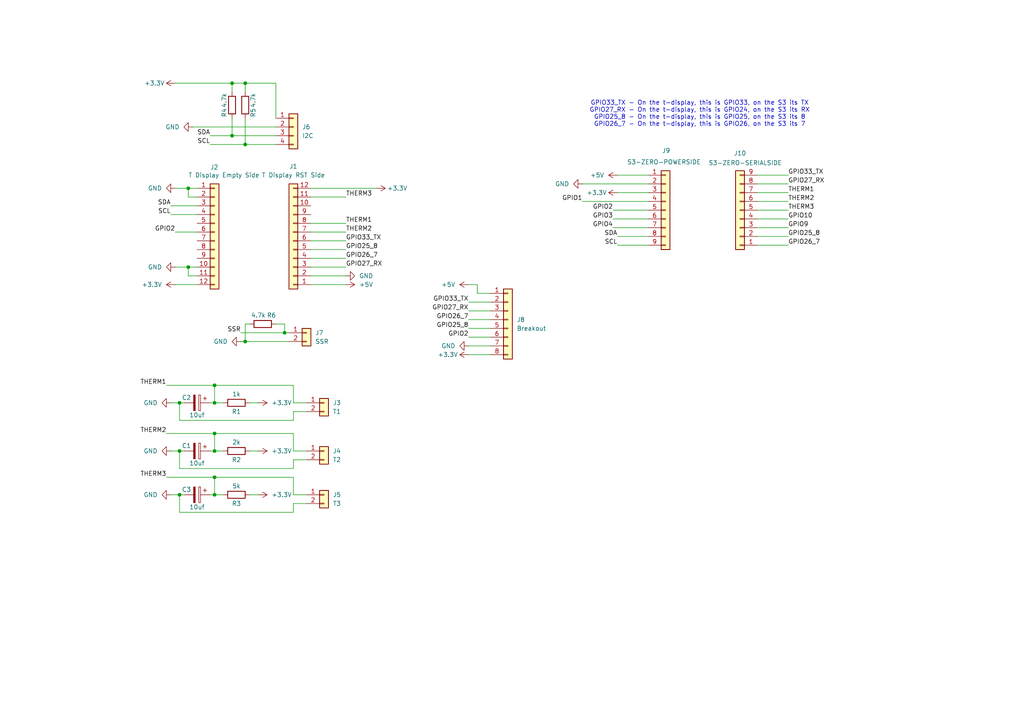
<source format=kicad_sch>
(kicad_sch
	(version 20231120)
	(generator "eeschema")
	(generator_version "8.0")
	(uuid "52a7e554-c62c-4b86-9e0e-451fca044c71")
	(paper "A4")
	(lib_symbols
		(symbol "Connector_Generic:Conn_01x02"
			(pin_names
				(offset 1.016) hide)
			(exclude_from_sim no)
			(in_bom yes)
			(on_board yes)
			(property "Reference" "J"
				(at 0 2.54 0)
				(effects
					(font
						(size 1.27 1.27)
					)
				)
			)
			(property "Value" "Conn_01x02"
				(at 0 -5.08 0)
				(effects
					(font
						(size 1.27 1.27)
					)
				)
			)
			(property "Footprint" ""
				(at 0 0 0)
				(effects
					(font
						(size 1.27 1.27)
					)
					(hide yes)
				)
			)
			(property "Datasheet" "~"
				(at 0 0 0)
				(effects
					(font
						(size 1.27 1.27)
					)
					(hide yes)
				)
			)
			(property "Description" "Generic connector, single row, 01x02, script generated (kicad-library-utils/schlib/autogen/connector/)"
				(at 0 0 0)
				(effects
					(font
						(size 1.27 1.27)
					)
					(hide yes)
				)
			)
			(property "ki_keywords" "connector"
				(at 0 0 0)
				(effects
					(font
						(size 1.27 1.27)
					)
					(hide yes)
				)
			)
			(property "ki_fp_filters" "Connector*:*_1x??_*"
				(at 0 0 0)
				(effects
					(font
						(size 1.27 1.27)
					)
					(hide yes)
				)
			)
			(symbol "Conn_01x02_1_1"
				(rectangle
					(start -1.27 -2.413)
					(end 0 -2.667)
					(stroke
						(width 0.1524)
						(type default)
					)
					(fill
						(type none)
					)
				)
				(rectangle
					(start -1.27 0.127)
					(end 0 -0.127)
					(stroke
						(width 0.1524)
						(type default)
					)
					(fill
						(type none)
					)
				)
				(rectangle
					(start -1.27 1.27)
					(end 1.27 -3.81)
					(stroke
						(width 0.254)
						(type default)
					)
					(fill
						(type background)
					)
				)
				(pin passive line
					(at -5.08 0 0)
					(length 3.81)
					(name "Pin_1"
						(effects
							(font
								(size 1.27 1.27)
							)
						)
					)
					(number "1"
						(effects
							(font
								(size 1.27 1.27)
							)
						)
					)
				)
				(pin passive line
					(at -5.08 -2.54 0)
					(length 3.81)
					(name "Pin_2"
						(effects
							(font
								(size 1.27 1.27)
							)
						)
					)
					(number "2"
						(effects
							(font
								(size 1.27 1.27)
							)
						)
					)
				)
			)
		)
		(symbol "Connector_Generic:Conn_01x04"
			(pin_names
				(offset 1.016) hide)
			(exclude_from_sim no)
			(in_bom yes)
			(on_board yes)
			(property "Reference" "J"
				(at 0 5.08 0)
				(effects
					(font
						(size 1.27 1.27)
					)
				)
			)
			(property "Value" "Conn_01x04"
				(at 0 -7.62 0)
				(effects
					(font
						(size 1.27 1.27)
					)
				)
			)
			(property "Footprint" ""
				(at 0 0 0)
				(effects
					(font
						(size 1.27 1.27)
					)
					(hide yes)
				)
			)
			(property "Datasheet" "~"
				(at 0 0 0)
				(effects
					(font
						(size 1.27 1.27)
					)
					(hide yes)
				)
			)
			(property "Description" "Generic connector, single row, 01x04, script generated (kicad-library-utils/schlib/autogen/connector/)"
				(at 0 0 0)
				(effects
					(font
						(size 1.27 1.27)
					)
					(hide yes)
				)
			)
			(property "ki_keywords" "connector"
				(at 0 0 0)
				(effects
					(font
						(size 1.27 1.27)
					)
					(hide yes)
				)
			)
			(property "ki_fp_filters" "Connector*:*_1x??_*"
				(at 0 0 0)
				(effects
					(font
						(size 1.27 1.27)
					)
					(hide yes)
				)
			)
			(symbol "Conn_01x04_1_1"
				(rectangle
					(start -1.27 -4.953)
					(end 0 -5.207)
					(stroke
						(width 0.1524)
						(type default)
					)
					(fill
						(type none)
					)
				)
				(rectangle
					(start -1.27 -2.413)
					(end 0 -2.667)
					(stroke
						(width 0.1524)
						(type default)
					)
					(fill
						(type none)
					)
				)
				(rectangle
					(start -1.27 0.127)
					(end 0 -0.127)
					(stroke
						(width 0.1524)
						(type default)
					)
					(fill
						(type none)
					)
				)
				(rectangle
					(start -1.27 2.667)
					(end 0 2.413)
					(stroke
						(width 0.1524)
						(type default)
					)
					(fill
						(type none)
					)
				)
				(rectangle
					(start -1.27 3.81)
					(end 1.27 -6.35)
					(stroke
						(width 0.254)
						(type default)
					)
					(fill
						(type background)
					)
				)
				(pin passive line
					(at -5.08 2.54 0)
					(length 3.81)
					(name "Pin_1"
						(effects
							(font
								(size 1.27 1.27)
							)
						)
					)
					(number "1"
						(effects
							(font
								(size 1.27 1.27)
							)
						)
					)
				)
				(pin passive line
					(at -5.08 0 0)
					(length 3.81)
					(name "Pin_2"
						(effects
							(font
								(size 1.27 1.27)
							)
						)
					)
					(number "2"
						(effects
							(font
								(size 1.27 1.27)
							)
						)
					)
				)
				(pin passive line
					(at -5.08 -2.54 0)
					(length 3.81)
					(name "Pin_3"
						(effects
							(font
								(size 1.27 1.27)
							)
						)
					)
					(number "3"
						(effects
							(font
								(size 1.27 1.27)
							)
						)
					)
				)
				(pin passive line
					(at -5.08 -5.08 0)
					(length 3.81)
					(name "Pin_4"
						(effects
							(font
								(size 1.27 1.27)
							)
						)
					)
					(number "4"
						(effects
							(font
								(size 1.27 1.27)
							)
						)
					)
				)
			)
		)
		(symbol "Connector_Generic:Conn_01x08"
			(pin_names
				(offset 1.016) hide)
			(exclude_from_sim no)
			(in_bom yes)
			(on_board yes)
			(property "Reference" "J"
				(at 0 10.16 0)
				(effects
					(font
						(size 1.27 1.27)
					)
				)
			)
			(property "Value" "Conn_01x08"
				(at 0 -12.7 0)
				(effects
					(font
						(size 1.27 1.27)
					)
				)
			)
			(property "Footprint" ""
				(at 0 0 0)
				(effects
					(font
						(size 1.27 1.27)
					)
					(hide yes)
				)
			)
			(property "Datasheet" "~"
				(at 0 0 0)
				(effects
					(font
						(size 1.27 1.27)
					)
					(hide yes)
				)
			)
			(property "Description" "Generic connector, single row, 01x08, script generated (kicad-library-utils/schlib/autogen/connector/)"
				(at 0 0 0)
				(effects
					(font
						(size 1.27 1.27)
					)
					(hide yes)
				)
			)
			(property "ki_keywords" "connector"
				(at 0 0 0)
				(effects
					(font
						(size 1.27 1.27)
					)
					(hide yes)
				)
			)
			(property "ki_fp_filters" "Connector*:*_1x??_*"
				(at 0 0 0)
				(effects
					(font
						(size 1.27 1.27)
					)
					(hide yes)
				)
			)
			(symbol "Conn_01x08_1_1"
				(rectangle
					(start -1.27 -10.033)
					(end 0 -10.287)
					(stroke
						(width 0.1524)
						(type default)
					)
					(fill
						(type none)
					)
				)
				(rectangle
					(start -1.27 -7.493)
					(end 0 -7.747)
					(stroke
						(width 0.1524)
						(type default)
					)
					(fill
						(type none)
					)
				)
				(rectangle
					(start -1.27 -4.953)
					(end 0 -5.207)
					(stroke
						(width 0.1524)
						(type default)
					)
					(fill
						(type none)
					)
				)
				(rectangle
					(start -1.27 -2.413)
					(end 0 -2.667)
					(stroke
						(width 0.1524)
						(type default)
					)
					(fill
						(type none)
					)
				)
				(rectangle
					(start -1.27 0.127)
					(end 0 -0.127)
					(stroke
						(width 0.1524)
						(type default)
					)
					(fill
						(type none)
					)
				)
				(rectangle
					(start -1.27 2.667)
					(end 0 2.413)
					(stroke
						(width 0.1524)
						(type default)
					)
					(fill
						(type none)
					)
				)
				(rectangle
					(start -1.27 5.207)
					(end 0 4.953)
					(stroke
						(width 0.1524)
						(type default)
					)
					(fill
						(type none)
					)
				)
				(rectangle
					(start -1.27 7.747)
					(end 0 7.493)
					(stroke
						(width 0.1524)
						(type default)
					)
					(fill
						(type none)
					)
				)
				(rectangle
					(start -1.27 8.89)
					(end 1.27 -11.43)
					(stroke
						(width 0.254)
						(type default)
					)
					(fill
						(type background)
					)
				)
				(pin passive line
					(at -5.08 7.62 0)
					(length 3.81)
					(name "Pin_1"
						(effects
							(font
								(size 1.27 1.27)
							)
						)
					)
					(number "1"
						(effects
							(font
								(size 1.27 1.27)
							)
						)
					)
				)
				(pin passive line
					(at -5.08 5.08 0)
					(length 3.81)
					(name "Pin_2"
						(effects
							(font
								(size 1.27 1.27)
							)
						)
					)
					(number "2"
						(effects
							(font
								(size 1.27 1.27)
							)
						)
					)
				)
				(pin passive line
					(at -5.08 2.54 0)
					(length 3.81)
					(name "Pin_3"
						(effects
							(font
								(size 1.27 1.27)
							)
						)
					)
					(number "3"
						(effects
							(font
								(size 1.27 1.27)
							)
						)
					)
				)
				(pin passive line
					(at -5.08 0 0)
					(length 3.81)
					(name "Pin_4"
						(effects
							(font
								(size 1.27 1.27)
							)
						)
					)
					(number "4"
						(effects
							(font
								(size 1.27 1.27)
							)
						)
					)
				)
				(pin passive line
					(at -5.08 -2.54 0)
					(length 3.81)
					(name "Pin_5"
						(effects
							(font
								(size 1.27 1.27)
							)
						)
					)
					(number "5"
						(effects
							(font
								(size 1.27 1.27)
							)
						)
					)
				)
				(pin passive line
					(at -5.08 -5.08 0)
					(length 3.81)
					(name "Pin_6"
						(effects
							(font
								(size 1.27 1.27)
							)
						)
					)
					(number "6"
						(effects
							(font
								(size 1.27 1.27)
							)
						)
					)
				)
				(pin passive line
					(at -5.08 -7.62 0)
					(length 3.81)
					(name "Pin_7"
						(effects
							(font
								(size 1.27 1.27)
							)
						)
					)
					(number "7"
						(effects
							(font
								(size 1.27 1.27)
							)
						)
					)
				)
				(pin passive line
					(at -5.08 -10.16 0)
					(length 3.81)
					(name "Pin_8"
						(effects
							(font
								(size 1.27 1.27)
							)
						)
					)
					(number "8"
						(effects
							(font
								(size 1.27 1.27)
							)
						)
					)
				)
			)
		)
		(symbol "Connector_Generic:Conn_01x09"
			(pin_names
				(offset 1.016) hide)
			(exclude_from_sim no)
			(in_bom yes)
			(on_board yes)
			(property "Reference" "J"
				(at 0 12.7 0)
				(effects
					(font
						(size 1.27 1.27)
					)
				)
			)
			(property "Value" "Conn_01x09"
				(at 0 -12.7 0)
				(effects
					(font
						(size 1.27 1.27)
					)
				)
			)
			(property "Footprint" ""
				(at 0 0 0)
				(effects
					(font
						(size 1.27 1.27)
					)
					(hide yes)
				)
			)
			(property "Datasheet" "~"
				(at 0 0 0)
				(effects
					(font
						(size 1.27 1.27)
					)
					(hide yes)
				)
			)
			(property "Description" "Generic connector, single row, 01x09, script generated (kicad-library-utils/schlib/autogen/connector/)"
				(at 0 0 0)
				(effects
					(font
						(size 1.27 1.27)
					)
					(hide yes)
				)
			)
			(property "ki_keywords" "connector"
				(at 0 0 0)
				(effects
					(font
						(size 1.27 1.27)
					)
					(hide yes)
				)
			)
			(property "ki_fp_filters" "Connector*:*_1x??_*"
				(at 0 0 0)
				(effects
					(font
						(size 1.27 1.27)
					)
					(hide yes)
				)
			)
			(symbol "Conn_01x09_1_1"
				(rectangle
					(start -1.27 -10.033)
					(end 0 -10.287)
					(stroke
						(width 0.1524)
						(type default)
					)
					(fill
						(type none)
					)
				)
				(rectangle
					(start -1.27 -7.493)
					(end 0 -7.747)
					(stroke
						(width 0.1524)
						(type default)
					)
					(fill
						(type none)
					)
				)
				(rectangle
					(start -1.27 -4.953)
					(end 0 -5.207)
					(stroke
						(width 0.1524)
						(type default)
					)
					(fill
						(type none)
					)
				)
				(rectangle
					(start -1.27 -2.413)
					(end 0 -2.667)
					(stroke
						(width 0.1524)
						(type default)
					)
					(fill
						(type none)
					)
				)
				(rectangle
					(start -1.27 0.127)
					(end 0 -0.127)
					(stroke
						(width 0.1524)
						(type default)
					)
					(fill
						(type none)
					)
				)
				(rectangle
					(start -1.27 2.667)
					(end 0 2.413)
					(stroke
						(width 0.1524)
						(type default)
					)
					(fill
						(type none)
					)
				)
				(rectangle
					(start -1.27 5.207)
					(end 0 4.953)
					(stroke
						(width 0.1524)
						(type default)
					)
					(fill
						(type none)
					)
				)
				(rectangle
					(start -1.27 7.747)
					(end 0 7.493)
					(stroke
						(width 0.1524)
						(type default)
					)
					(fill
						(type none)
					)
				)
				(rectangle
					(start -1.27 10.287)
					(end 0 10.033)
					(stroke
						(width 0.1524)
						(type default)
					)
					(fill
						(type none)
					)
				)
				(rectangle
					(start -1.27 11.43)
					(end 1.27 -11.43)
					(stroke
						(width 0.254)
						(type default)
					)
					(fill
						(type background)
					)
				)
				(pin passive line
					(at -5.08 10.16 0)
					(length 3.81)
					(name "Pin_1"
						(effects
							(font
								(size 1.27 1.27)
							)
						)
					)
					(number "1"
						(effects
							(font
								(size 1.27 1.27)
							)
						)
					)
				)
				(pin passive line
					(at -5.08 7.62 0)
					(length 3.81)
					(name "Pin_2"
						(effects
							(font
								(size 1.27 1.27)
							)
						)
					)
					(number "2"
						(effects
							(font
								(size 1.27 1.27)
							)
						)
					)
				)
				(pin passive line
					(at -5.08 5.08 0)
					(length 3.81)
					(name "Pin_3"
						(effects
							(font
								(size 1.27 1.27)
							)
						)
					)
					(number "3"
						(effects
							(font
								(size 1.27 1.27)
							)
						)
					)
				)
				(pin passive line
					(at -5.08 2.54 0)
					(length 3.81)
					(name "Pin_4"
						(effects
							(font
								(size 1.27 1.27)
							)
						)
					)
					(number "4"
						(effects
							(font
								(size 1.27 1.27)
							)
						)
					)
				)
				(pin passive line
					(at -5.08 0 0)
					(length 3.81)
					(name "Pin_5"
						(effects
							(font
								(size 1.27 1.27)
							)
						)
					)
					(number "5"
						(effects
							(font
								(size 1.27 1.27)
							)
						)
					)
				)
				(pin passive line
					(at -5.08 -2.54 0)
					(length 3.81)
					(name "Pin_6"
						(effects
							(font
								(size 1.27 1.27)
							)
						)
					)
					(number "6"
						(effects
							(font
								(size 1.27 1.27)
							)
						)
					)
				)
				(pin passive line
					(at -5.08 -5.08 0)
					(length 3.81)
					(name "Pin_7"
						(effects
							(font
								(size 1.27 1.27)
							)
						)
					)
					(number "7"
						(effects
							(font
								(size 1.27 1.27)
							)
						)
					)
				)
				(pin passive line
					(at -5.08 -7.62 0)
					(length 3.81)
					(name "Pin_8"
						(effects
							(font
								(size 1.27 1.27)
							)
						)
					)
					(number "8"
						(effects
							(font
								(size 1.27 1.27)
							)
						)
					)
				)
				(pin passive line
					(at -5.08 -10.16 0)
					(length 3.81)
					(name "Pin_9"
						(effects
							(font
								(size 1.27 1.27)
							)
						)
					)
					(number "9"
						(effects
							(font
								(size 1.27 1.27)
							)
						)
					)
				)
			)
		)
		(symbol "Connector_Generic:Conn_01x12"
			(pin_names
				(offset 1.016) hide)
			(exclude_from_sim no)
			(in_bom yes)
			(on_board yes)
			(property "Reference" "J"
				(at 0 15.24 0)
				(effects
					(font
						(size 1.27 1.27)
					)
				)
			)
			(property "Value" "Conn_01x12"
				(at 0 -17.78 0)
				(effects
					(font
						(size 1.27 1.27)
					)
				)
			)
			(property "Footprint" ""
				(at 0 0 0)
				(effects
					(font
						(size 1.27 1.27)
					)
					(hide yes)
				)
			)
			(property "Datasheet" "~"
				(at 0 0 0)
				(effects
					(font
						(size 1.27 1.27)
					)
					(hide yes)
				)
			)
			(property "Description" "Generic connector, single row, 01x12, script generated (kicad-library-utils/schlib/autogen/connector/)"
				(at 0 0 0)
				(effects
					(font
						(size 1.27 1.27)
					)
					(hide yes)
				)
			)
			(property "ki_keywords" "connector"
				(at 0 0 0)
				(effects
					(font
						(size 1.27 1.27)
					)
					(hide yes)
				)
			)
			(property "ki_fp_filters" "Connector*:*_1x??_*"
				(at 0 0 0)
				(effects
					(font
						(size 1.27 1.27)
					)
					(hide yes)
				)
			)
			(symbol "Conn_01x12_1_1"
				(rectangle
					(start -1.27 -15.113)
					(end 0 -15.367)
					(stroke
						(width 0.1524)
						(type default)
					)
					(fill
						(type none)
					)
				)
				(rectangle
					(start -1.27 -12.573)
					(end 0 -12.827)
					(stroke
						(width 0.1524)
						(type default)
					)
					(fill
						(type none)
					)
				)
				(rectangle
					(start -1.27 -10.033)
					(end 0 -10.287)
					(stroke
						(width 0.1524)
						(type default)
					)
					(fill
						(type none)
					)
				)
				(rectangle
					(start -1.27 -7.493)
					(end 0 -7.747)
					(stroke
						(width 0.1524)
						(type default)
					)
					(fill
						(type none)
					)
				)
				(rectangle
					(start -1.27 -4.953)
					(end 0 -5.207)
					(stroke
						(width 0.1524)
						(type default)
					)
					(fill
						(type none)
					)
				)
				(rectangle
					(start -1.27 -2.413)
					(end 0 -2.667)
					(stroke
						(width 0.1524)
						(type default)
					)
					(fill
						(type none)
					)
				)
				(rectangle
					(start -1.27 0.127)
					(end 0 -0.127)
					(stroke
						(width 0.1524)
						(type default)
					)
					(fill
						(type none)
					)
				)
				(rectangle
					(start -1.27 2.667)
					(end 0 2.413)
					(stroke
						(width 0.1524)
						(type default)
					)
					(fill
						(type none)
					)
				)
				(rectangle
					(start -1.27 5.207)
					(end 0 4.953)
					(stroke
						(width 0.1524)
						(type default)
					)
					(fill
						(type none)
					)
				)
				(rectangle
					(start -1.27 7.747)
					(end 0 7.493)
					(stroke
						(width 0.1524)
						(type default)
					)
					(fill
						(type none)
					)
				)
				(rectangle
					(start -1.27 10.287)
					(end 0 10.033)
					(stroke
						(width 0.1524)
						(type default)
					)
					(fill
						(type none)
					)
				)
				(rectangle
					(start -1.27 12.827)
					(end 0 12.573)
					(stroke
						(width 0.1524)
						(type default)
					)
					(fill
						(type none)
					)
				)
				(rectangle
					(start -1.27 13.97)
					(end 1.27 -16.51)
					(stroke
						(width 0.254)
						(type default)
					)
					(fill
						(type background)
					)
				)
				(pin passive line
					(at -5.08 12.7 0)
					(length 3.81)
					(name "Pin_1"
						(effects
							(font
								(size 1.27 1.27)
							)
						)
					)
					(number "1"
						(effects
							(font
								(size 1.27 1.27)
							)
						)
					)
				)
				(pin passive line
					(at -5.08 -10.16 0)
					(length 3.81)
					(name "Pin_10"
						(effects
							(font
								(size 1.27 1.27)
							)
						)
					)
					(number "10"
						(effects
							(font
								(size 1.27 1.27)
							)
						)
					)
				)
				(pin passive line
					(at -5.08 -12.7 0)
					(length 3.81)
					(name "Pin_11"
						(effects
							(font
								(size 1.27 1.27)
							)
						)
					)
					(number "11"
						(effects
							(font
								(size 1.27 1.27)
							)
						)
					)
				)
				(pin passive line
					(at -5.08 -15.24 0)
					(length 3.81)
					(name "Pin_12"
						(effects
							(font
								(size 1.27 1.27)
							)
						)
					)
					(number "12"
						(effects
							(font
								(size 1.27 1.27)
							)
						)
					)
				)
				(pin passive line
					(at -5.08 10.16 0)
					(length 3.81)
					(name "Pin_2"
						(effects
							(font
								(size 1.27 1.27)
							)
						)
					)
					(number "2"
						(effects
							(font
								(size 1.27 1.27)
							)
						)
					)
				)
				(pin passive line
					(at -5.08 7.62 0)
					(length 3.81)
					(name "Pin_3"
						(effects
							(font
								(size 1.27 1.27)
							)
						)
					)
					(number "3"
						(effects
							(font
								(size 1.27 1.27)
							)
						)
					)
				)
				(pin passive line
					(at -5.08 5.08 0)
					(length 3.81)
					(name "Pin_4"
						(effects
							(font
								(size 1.27 1.27)
							)
						)
					)
					(number "4"
						(effects
							(font
								(size 1.27 1.27)
							)
						)
					)
				)
				(pin passive line
					(at -5.08 2.54 0)
					(length 3.81)
					(name "Pin_5"
						(effects
							(font
								(size 1.27 1.27)
							)
						)
					)
					(number "5"
						(effects
							(font
								(size 1.27 1.27)
							)
						)
					)
				)
				(pin passive line
					(at -5.08 0 0)
					(length 3.81)
					(name "Pin_6"
						(effects
							(font
								(size 1.27 1.27)
							)
						)
					)
					(number "6"
						(effects
							(font
								(size 1.27 1.27)
							)
						)
					)
				)
				(pin passive line
					(at -5.08 -2.54 0)
					(length 3.81)
					(name "Pin_7"
						(effects
							(font
								(size 1.27 1.27)
							)
						)
					)
					(number "7"
						(effects
							(font
								(size 1.27 1.27)
							)
						)
					)
				)
				(pin passive line
					(at -5.08 -5.08 0)
					(length 3.81)
					(name "Pin_8"
						(effects
							(font
								(size 1.27 1.27)
							)
						)
					)
					(number "8"
						(effects
							(font
								(size 1.27 1.27)
							)
						)
					)
				)
				(pin passive line
					(at -5.08 -7.62 0)
					(length 3.81)
					(name "Pin_9"
						(effects
							(font
								(size 1.27 1.27)
							)
						)
					)
					(number "9"
						(effects
							(font
								(size 1.27 1.27)
							)
						)
					)
				)
			)
		)
		(symbol "Device:C_Polarized"
			(pin_numbers hide)
			(pin_names
				(offset 0.254)
			)
			(exclude_from_sim no)
			(in_bom yes)
			(on_board yes)
			(property "Reference" "C"
				(at 0.635 2.54 0)
				(effects
					(font
						(size 1.27 1.27)
					)
					(justify left)
				)
			)
			(property "Value" "C_Polarized"
				(at 0.635 -2.54 0)
				(effects
					(font
						(size 1.27 1.27)
					)
					(justify left)
				)
			)
			(property "Footprint" ""
				(at 0.9652 -3.81 0)
				(effects
					(font
						(size 1.27 1.27)
					)
					(hide yes)
				)
			)
			(property "Datasheet" "~"
				(at 0 0 0)
				(effects
					(font
						(size 1.27 1.27)
					)
					(hide yes)
				)
			)
			(property "Description" "Polarized capacitor"
				(at 0 0 0)
				(effects
					(font
						(size 1.27 1.27)
					)
					(hide yes)
				)
			)
			(property "ki_keywords" "cap capacitor"
				(at 0 0 0)
				(effects
					(font
						(size 1.27 1.27)
					)
					(hide yes)
				)
			)
			(property "ki_fp_filters" "CP_*"
				(at 0 0 0)
				(effects
					(font
						(size 1.27 1.27)
					)
					(hide yes)
				)
			)
			(symbol "C_Polarized_0_1"
				(rectangle
					(start -2.286 0.508)
					(end 2.286 1.016)
					(stroke
						(width 0)
						(type default)
					)
					(fill
						(type none)
					)
				)
				(polyline
					(pts
						(xy -1.778 2.286) (xy -0.762 2.286)
					)
					(stroke
						(width 0)
						(type default)
					)
					(fill
						(type none)
					)
				)
				(polyline
					(pts
						(xy -1.27 2.794) (xy -1.27 1.778)
					)
					(stroke
						(width 0)
						(type default)
					)
					(fill
						(type none)
					)
				)
				(rectangle
					(start 2.286 -0.508)
					(end -2.286 -1.016)
					(stroke
						(width 0)
						(type default)
					)
					(fill
						(type outline)
					)
				)
			)
			(symbol "C_Polarized_1_1"
				(pin passive line
					(at 0 3.81 270)
					(length 2.794)
					(name "~"
						(effects
							(font
								(size 1.27 1.27)
							)
						)
					)
					(number "1"
						(effects
							(font
								(size 1.27 1.27)
							)
						)
					)
				)
				(pin passive line
					(at 0 -3.81 90)
					(length 2.794)
					(name "~"
						(effects
							(font
								(size 1.27 1.27)
							)
						)
					)
					(number "2"
						(effects
							(font
								(size 1.27 1.27)
							)
						)
					)
				)
			)
		)
		(symbol "Device:R"
			(pin_numbers hide)
			(pin_names
				(offset 0)
			)
			(exclude_from_sim no)
			(in_bom yes)
			(on_board yes)
			(property "Reference" "R"
				(at 2.032 0 90)
				(effects
					(font
						(size 1.27 1.27)
					)
				)
			)
			(property "Value" "R"
				(at 0 0 90)
				(effects
					(font
						(size 1.27 1.27)
					)
				)
			)
			(property "Footprint" ""
				(at -1.778 0 90)
				(effects
					(font
						(size 1.27 1.27)
					)
					(hide yes)
				)
			)
			(property "Datasheet" "~"
				(at 0 0 0)
				(effects
					(font
						(size 1.27 1.27)
					)
					(hide yes)
				)
			)
			(property "Description" "Resistor"
				(at 0 0 0)
				(effects
					(font
						(size 1.27 1.27)
					)
					(hide yes)
				)
			)
			(property "ki_keywords" "R res resistor"
				(at 0 0 0)
				(effects
					(font
						(size 1.27 1.27)
					)
					(hide yes)
				)
			)
			(property "ki_fp_filters" "R_*"
				(at 0 0 0)
				(effects
					(font
						(size 1.27 1.27)
					)
					(hide yes)
				)
			)
			(symbol "R_0_1"
				(rectangle
					(start -1.016 -2.54)
					(end 1.016 2.54)
					(stroke
						(width 0.254)
						(type default)
					)
					(fill
						(type none)
					)
				)
			)
			(symbol "R_1_1"
				(pin passive line
					(at 0 3.81 270)
					(length 1.27)
					(name "~"
						(effects
							(font
								(size 1.27 1.27)
							)
						)
					)
					(number "1"
						(effects
							(font
								(size 1.27 1.27)
							)
						)
					)
				)
				(pin passive line
					(at 0 -3.81 90)
					(length 1.27)
					(name "~"
						(effects
							(font
								(size 1.27 1.27)
							)
						)
					)
					(number "2"
						(effects
							(font
								(size 1.27 1.27)
							)
						)
					)
				)
			)
		)
		(symbol "power:+3.3V"
			(power)
			(pin_numbers hide)
			(pin_names
				(offset 0) hide)
			(exclude_from_sim no)
			(in_bom yes)
			(on_board yes)
			(property "Reference" "#PWR"
				(at 0 -3.81 0)
				(effects
					(font
						(size 1.27 1.27)
					)
					(hide yes)
				)
			)
			(property "Value" "+3.3V"
				(at 0 3.556 0)
				(effects
					(font
						(size 1.27 1.27)
					)
				)
			)
			(property "Footprint" ""
				(at 0 0 0)
				(effects
					(font
						(size 1.27 1.27)
					)
					(hide yes)
				)
			)
			(property "Datasheet" ""
				(at 0 0 0)
				(effects
					(font
						(size 1.27 1.27)
					)
					(hide yes)
				)
			)
			(property "Description" "Power symbol creates a global label with name \"+3.3V\""
				(at 0 0 0)
				(effects
					(font
						(size 1.27 1.27)
					)
					(hide yes)
				)
			)
			(property "ki_keywords" "global power"
				(at 0 0 0)
				(effects
					(font
						(size 1.27 1.27)
					)
					(hide yes)
				)
			)
			(symbol "+3.3V_0_1"
				(polyline
					(pts
						(xy -0.762 1.27) (xy 0 2.54)
					)
					(stroke
						(width 0)
						(type default)
					)
					(fill
						(type none)
					)
				)
				(polyline
					(pts
						(xy 0 0) (xy 0 2.54)
					)
					(stroke
						(width 0)
						(type default)
					)
					(fill
						(type none)
					)
				)
				(polyline
					(pts
						(xy 0 2.54) (xy 0.762 1.27)
					)
					(stroke
						(width 0)
						(type default)
					)
					(fill
						(type none)
					)
				)
			)
			(symbol "+3.3V_1_1"
				(pin power_in line
					(at 0 0 90)
					(length 0)
					(name "~"
						(effects
							(font
								(size 1.27 1.27)
							)
						)
					)
					(number "1"
						(effects
							(font
								(size 1.27 1.27)
							)
						)
					)
				)
			)
		)
		(symbol "power:+5V"
			(power)
			(pin_numbers hide)
			(pin_names
				(offset 0) hide)
			(exclude_from_sim no)
			(in_bom yes)
			(on_board yes)
			(property "Reference" "#PWR"
				(at 0 -3.81 0)
				(effects
					(font
						(size 1.27 1.27)
					)
					(hide yes)
				)
			)
			(property "Value" "+5V"
				(at 0 3.556 0)
				(effects
					(font
						(size 1.27 1.27)
					)
				)
			)
			(property "Footprint" ""
				(at 0 0 0)
				(effects
					(font
						(size 1.27 1.27)
					)
					(hide yes)
				)
			)
			(property "Datasheet" ""
				(at 0 0 0)
				(effects
					(font
						(size 1.27 1.27)
					)
					(hide yes)
				)
			)
			(property "Description" "Power symbol creates a global label with name \"+5V\""
				(at 0 0 0)
				(effects
					(font
						(size 1.27 1.27)
					)
					(hide yes)
				)
			)
			(property "ki_keywords" "global power"
				(at 0 0 0)
				(effects
					(font
						(size 1.27 1.27)
					)
					(hide yes)
				)
			)
			(symbol "+5V_0_1"
				(polyline
					(pts
						(xy -0.762 1.27) (xy 0 2.54)
					)
					(stroke
						(width 0)
						(type default)
					)
					(fill
						(type none)
					)
				)
				(polyline
					(pts
						(xy 0 0) (xy 0 2.54)
					)
					(stroke
						(width 0)
						(type default)
					)
					(fill
						(type none)
					)
				)
				(polyline
					(pts
						(xy 0 2.54) (xy 0.762 1.27)
					)
					(stroke
						(width 0)
						(type default)
					)
					(fill
						(type none)
					)
				)
			)
			(symbol "+5V_1_1"
				(pin power_in line
					(at 0 0 90)
					(length 0)
					(name "~"
						(effects
							(font
								(size 1.27 1.27)
							)
						)
					)
					(number "1"
						(effects
							(font
								(size 1.27 1.27)
							)
						)
					)
				)
			)
		)
		(symbol "power:GND"
			(power)
			(pin_numbers hide)
			(pin_names
				(offset 0) hide)
			(exclude_from_sim no)
			(in_bom yes)
			(on_board yes)
			(property "Reference" "#PWR"
				(at 0 -6.35 0)
				(effects
					(font
						(size 1.27 1.27)
					)
					(hide yes)
				)
			)
			(property "Value" "GND"
				(at 0 -3.81 0)
				(effects
					(font
						(size 1.27 1.27)
					)
				)
			)
			(property "Footprint" ""
				(at 0 0 0)
				(effects
					(font
						(size 1.27 1.27)
					)
					(hide yes)
				)
			)
			(property "Datasheet" ""
				(at 0 0 0)
				(effects
					(font
						(size 1.27 1.27)
					)
					(hide yes)
				)
			)
			(property "Description" "Power symbol creates a global label with name \"GND\" , ground"
				(at 0 0 0)
				(effects
					(font
						(size 1.27 1.27)
					)
					(hide yes)
				)
			)
			(property "ki_keywords" "global power"
				(at 0 0 0)
				(effects
					(font
						(size 1.27 1.27)
					)
					(hide yes)
				)
			)
			(symbol "GND_0_1"
				(polyline
					(pts
						(xy 0 0) (xy 0 -1.27) (xy 1.27 -1.27) (xy 0 -2.54) (xy -1.27 -1.27) (xy 0 -1.27)
					)
					(stroke
						(width 0)
						(type default)
					)
					(fill
						(type none)
					)
				)
			)
			(symbol "GND_1_1"
				(pin power_in line
					(at 0 0 270)
					(length 0)
					(name "~"
						(effects
							(font
								(size 1.27 1.27)
							)
						)
					)
					(number "1"
						(effects
							(font
								(size 1.27 1.27)
							)
						)
					)
				)
			)
		)
	)
	(junction
		(at 62.23 130.81)
		(diameter 0)
		(color 0 0 0 0)
		(uuid "111548bb-b110-4490-87bc-2b35e5337410")
	)
	(junction
		(at 52.07 143.51)
		(diameter 0)
		(color 0 0 0 0)
		(uuid "121e98e3-bf0b-4600-947e-e2bc9a0244e9")
	)
	(junction
		(at 62.23 125.73)
		(diameter 0)
		(color 0 0 0 0)
		(uuid "298090f7-4948-41be-b6b5-cbee11957b04")
	)
	(junction
		(at 52.07 130.81)
		(diameter 0)
		(color 0 0 0 0)
		(uuid "37575046-acc3-418b-a404-d6acdb2b7889")
	)
	(junction
		(at 62.23 111.76)
		(diameter 0)
		(color 0 0 0 0)
		(uuid "474771e6-429d-4b20-b390-34b768a33e16")
	)
	(junction
		(at 62.23 138.43)
		(diameter 0)
		(color 0 0 0 0)
		(uuid "4d09b321-ceb6-441c-9f3d-9a31dce06e31")
	)
	(junction
		(at 54.61 54.61)
		(diameter 0)
		(color 0 0 0 0)
		(uuid "79a9af8f-28c8-456f-ab9f-884f5121f049")
	)
	(junction
		(at 67.31 39.37)
		(diameter 0)
		(color 0 0 0 0)
		(uuid "975b178e-6ca9-4eb8-a260-e14ae02f0208")
	)
	(junction
		(at 71.12 99.06)
		(diameter 0)
		(color 0 0 0 0)
		(uuid "b7713d9e-4f20-455c-8a09-b49f53d9218c")
	)
	(junction
		(at 82.55 96.52)
		(diameter 0)
		(color 0 0 0 0)
		(uuid "c0532b37-2dab-4d9b-b273-c69288cbf59d")
	)
	(junction
		(at 52.07 116.84)
		(diameter 0)
		(color 0 0 0 0)
		(uuid "c23b41e9-b4f1-474a-8823-e955c567670b")
	)
	(junction
		(at 71.12 24.13)
		(diameter 0)
		(color 0 0 0 0)
		(uuid "d36dcd16-1510-4b57-9efa-e24083192159")
	)
	(junction
		(at 67.31 24.13)
		(diameter 0)
		(color 0 0 0 0)
		(uuid "e3b311fd-97ae-408e-bf1d-1f0466e47f26")
	)
	(junction
		(at 62.23 116.84)
		(diameter 0)
		(color 0 0 0 0)
		(uuid "ec61cdf3-377c-4186-9a47-331ea260aba9")
	)
	(junction
		(at 54.61 77.47)
		(diameter 0)
		(color 0 0 0 0)
		(uuid "efd401b0-72c9-4f70-8db3-4dda022443c4")
	)
	(junction
		(at 62.23 143.51)
		(diameter 0)
		(color 0 0 0 0)
		(uuid "f10cf429-c9b0-4a47-9de8-3bef685dd089")
	)
	(junction
		(at 71.12 41.91)
		(diameter 0)
		(color 0 0 0 0)
		(uuid "f4fd627d-f77f-46f6-9cee-13c2a3f632de")
	)
	(wire
		(pts
			(xy 82.55 96.52) (xy 83.82 96.52)
		)
		(stroke
			(width 0)
			(type default)
		)
		(uuid "054dfdda-f0d9-45b4-a8c7-10d89b636f38")
	)
	(wire
		(pts
			(xy 90.17 57.15) (xy 100.33 57.15)
		)
		(stroke
			(width 0)
			(type default)
		)
		(uuid "05b0d2bc-172c-470e-b49e-4ba3ed7f7d3c")
	)
	(wire
		(pts
			(xy 219.71 60.96) (xy 228.6 60.96)
		)
		(stroke
			(width 0)
			(type default)
		)
		(uuid "065a12d1-7d92-4137-9a7e-b88db164a5db")
	)
	(wire
		(pts
			(xy 177.8 63.5) (xy 187.96 63.5)
		)
		(stroke
			(width 0)
			(type default)
		)
		(uuid "07a1c075-b431-42f6-aab0-267650f981d5")
	)
	(wire
		(pts
			(xy 135.89 97.79) (xy 142.24 97.79)
		)
		(stroke
			(width 0)
			(type default)
		)
		(uuid "093c6f81-d2da-482d-9bd5-0db0034f2c5d")
	)
	(wire
		(pts
			(xy 71.12 93.98) (xy 71.12 99.06)
		)
		(stroke
			(width 0)
			(type default)
		)
		(uuid "0980bb9d-a6bd-465b-b023-c16053838759")
	)
	(wire
		(pts
			(xy 71.12 24.13) (xy 71.12 26.67)
		)
		(stroke
			(width 0)
			(type default)
		)
		(uuid "0c01e9d0-8770-4323-aa01-c4f062271486")
	)
	(wire
		(pts
			(xy 177.8 66.04) (xy 187.96 66.04)
		)
		(stroke
			(width 0)
			(type default)
		)
		(uuid "0cbdc0b0-6176-4f0a-8f26-0ad89500bc5e")
	)
	(wire
		(pts
			(xy 179.07 71.12) (xy 187.96 71.12)
		)
		(stroke
			(width 0)
			(type default)
		)
		(uuid "0df2eadd-af6c-4488-a53d-7f77f5b9a7cf")
	)
	(wire
		(pts
			(xy 62.23 125.73) (xy 85.09 125.73)
		)
		(stroke
			(width 0)
			(type default)
		)
		(uuid "0e1f69ae-723b-4f31-9261-c95b8c4e573a")
	)
	(wire
		(pts
			(xy 54.61 80.01) (xy 54.61 77.47)
		)
		(stroke
			(width 0)
			(type default)
		)
		(uuid "115646f5-726a-4d3f-96af-1502db50c49e")
	)
	(wire
		(pts
			(xy 219.71 66.04) (xy 228.6 66.04)
		)
		(stroke
			(width 0)
			(type default)
		)
		(uuid "1406e6cd-06d8-4d14-8656-b5fdea743b22")
	)
	(wire
		(pts
			(xy 85.09 135.89) (xy 52.07 135.89)
		)
		(stroke
			(width 0)
			(type default)
		)
		(uuid "162a40b2-c29b-4551-a9be-9fc6f82ca0f9")
	)
	(wire
		(pts
			(xy 62.23 111.76) (xy 62.23 116.84)
		)
		(stroke
			(width 0)
			(type default)
		)
		(uuid "16e9f241-ceed-4558-887b-def432dc2804")
	)
	(wire
		(pts
			(xy 90.17 77.47) (xy 100.33 77.47)
		)
		(stroke
			(width 0)
			(type default)
		)
		(uuid "1b3d4367-3856-4dba-9e45-94f13b837b48")
	)
	(wire
		(pts
			(xy 85.09 143.51) (xy 85.09 138.43)
		)
		(stroke
			(width 0)
			(type default)
		)
		(uuid "1b69ee8a-401e-48b3-ac54-0e7f0ab8c03a")
	)
	(wire
		(pts
			(xy 49.53 62.23) (xy 57.15 62.23)
		)
		(stroke
			(width 0)
			(type default)
		)
		(uuid "1d20aa00-43a0-4239-b78e-981f40a03f04")
	)
	(wire
		(pts
			(xy 52.07 148.59) (xy 52.07 143.51)
		)
		(stroke
			(width 0)
			(type default)
		)
		(uuid "1db6f4d6-5931-4dda-9e53-058eeef35cdc")
	)
	(wire
		(pts
			(xy 50.8 54.61) (xy 54.61 54.61)
		)
		(stroke
			(width 0)
			(type default)
		)
		(uuid "20b26e78-1571-4b56-b731-eae344b431f0")
	)
	(wire
		(pts
			(xy 88.9 130.81) (xy 85.09 130.81)
		)
		(stroke
			(width 0)
			(type default)
		)
		(uuid "23869fa8-6f55-463d-a929-0e0662838773")
	)
	(wire
		(pts
			(xy 179.07 68.58) (xy 187.96 68.58)
		)
		(stroke
			(width 0)
			(type default)
		)
		(uuid "296f1170-2639-447c-b677-d638ce25ad82")
	)
	(wire
		(pts
			(xy 57.15 80.01) (xy 54.61 80.01)
		)
		(stroke
			(width 0)
			(type default)
		)
		(uuid "2b13b4eb-2cf7-4834-be7b-bb5625fd2745")
	)
	(wire
		(pts
			(xy 62.23 111.76) (xy 85.09 111.76)
		)
		(stroke
			(width 0)
			(type default)
		)
		(uuid "2ba38459-dbfd-4da2-8e28-77cc9ae93a56")
	)
	(wire
		(pts
			(xy 219.71 53.34) (xy 228.6 53.34)
		)
		(stroke
			(width 0)
			(type default)
		)
		(uuid "2cf897d9-5621-4cf4-90dd-550be9d85819")
	)
	(wire
		(pts
			(xy 90.17 72.39) (xy 100.33 72.39)
		)
		(stroke
			(width 0)
			(type default)
		)
		(uuid "30d386b5-87cd-4910-aaa2-f75b3f494f4d")
	)
	(wire
		(pts
			(xy 85.09 148.59) (xy 52.07 148.59)
		)
		(stroke
			(width 0)
			(type default)
		)
		(uuid "32817d59-47a4-4969-8a18-a895f802e095")
	)
	(wire
		(pts
			(xy 135.89 92.71) (xy 142.24 92.71)
		)
		(stroke
			(width 0)
			(type default)
		)
		(uuid "32e3d22b-345c-4636-8a11-405f45a5ea51")
	)
	(wire
		(pts
			(xy 90.17 80.01) (xy 100.33 80.01)
		)
		(stroke
			(width 0)
			(type default)
		)
		(uuid "33e4fedf-ac35-4cbd-9d93-e7dc62bd2771")
	)
	(wire
		(pts
			(xy 60.96 39.37) (xy 67.31 39.37)
		)
		(stroke
			(width 0)
			(type default)
		)
		(uuid "34128920-6135-4285-aa0f-f0acdb4dd308")
	)
	(wire
		(pts
			(xy 52.07 121.92) (xy 52.07 116.84)
		)
		(stroke
			(width 0)
			(type default)
		)
		(uuid "359d0d12-b455-494e-9e4d-25d98f273a81")
	)
	(wire
		(pts
			(xy 60.96 116.84) (xy 62.23 116.84)
		)
		(stroke
			(width 0)
			(type default)
		)
		(uuid "37558da1-169e-442b-a01b-b16fc1b04b11")
	)
	(wire
		(pts
			(xy 50.8 82.55) (xy 57.15 82.55)
		)
		(stroke
			(width 0)
			(type default)
		)
		(uuid "390a2e41-ba53-4eef-a6a1-57574c9fbfb7")
	)
	(wire
		(pts
			(xy 69.85 96.52) (xy 82.55 96.52)
		)
		(stroke
			(width 0)
			(type default)
		)
		(uuid "399983c4-c781-4bf3-a6df-42aa36ffd0ac")
	)
	(wire
		(pts
			(xy 135.89 87.63) (xy 142.24 87.63)
		)
		(stroke
			(width 0)
			(type default)
		)
		(uuid "3e764316-2e6c-46b8-b144-7ae24cbaf1ac")
	)
	(wire
		(pts
			(xy 88.9 133.35) (xy 85.09 133.35)
		)
		(stroke
			(width 0)
			(type default)
		)
		(uuid "4318a2f9-fe37-4e40-b6d7-cb9f92d4da7c")
	)
	(wire
		(pts
			(xy 85.09 119.38) (xy 85.09 121.92)
		)
		(stroke
			(width 0)
			(type default)
		)
		(uuid "4333dae5-cf83-4d56-906b-65e143b6e08f")
	)
	(wire
		(pts
			(xy 62.23 143.51) (xy 64.77 143.51)
		)
		(stroke
			(width 0)
			(type default)
		)
		(uuid "44b5d5a8-59f3-492c-ac69-58cbc4bfe18b")
	)
	(wire
		(pts
			(xy 85.09 130.81) (xy 85.09 125.73)
		)
		(stroke
			(width 0)
			(type default)
		)
		(uuid "4788f4e4-61c6-4b57-a998-31e2397ee51f")
	)
	(wire
		(pts
			(xy 219.71 71.12) (xy 228.6 71.12)
		)
		(stroke
			(width 0)
			(type default)
		)
		(uuid "4fb9e302-80e7-41a8-86d5-2de9ad004317")
	)
	(wire
		(pts
			(xy 49.53 130.81) (xy 52.07 130.81)
		)
		(stroke
			(width 0)
			(type default)
		)
		(uuid "51c03554-a115-4c49-b8ad-78b0483218cb")
	)
	(wire
		(pts
			(xy 49.53 59.69) (xy 57.15 59.69)
		)
		(stroke
			(width 0)
			(type default)
		)
		(uuid "5a8dbaba-b02a-4f62-9463-722e5df33015")
	)
	(wire
		(pts
			(xy 49.53 116.84) (xy 52.07 116.84)
		)
		(stroke
			(width 0)
			(type default)
		)
		(uuid "5ab6943c-c33d-4733-af9e-8786434ee021")
	)
	(wire
		(pts
			(xy 219.71 58.42) (xy 228.6 58.42)
		)
		(stroke
			(width 0)
			(type default)
		)
		(uuid "5befb88d-737c-431b-a272-03fbfc648f77")
	)
	(wire
		(pts
			(xy 90.17 67.31) (xy 100.33 67.31)
		)
		(stroke
			(width 0)
			(type default)
		)
		(uuid "5cd76ea0-750f-4d35-af49-8ae9ffa0fd99")
	)
	(wire
		(pts
			(xy 72.39 116.84) (xy 74.93 116.84)
		)
		(stroke
			(width 0)
			(type default)
		)
		(uuid "5d8be767-79ba-434c-be03-0890e92f9f67")
	)
	(wire
		(pts
			(xy 50.8 77.47) (xy 54.61 77.47)
		)
		(stroke
			(width 0)
			(type default)
		)
		(uuid "638bd859-fc55-481b-a9e3-e4b5cde2cdd6")
	)
	(wire
		(pts
			(xy 72.39 143.51) (xy 74.93 143.51)
		)
		(stroke
			(width 0)
			(type default)
		)
		(uuid "6511a876-f604-4a0d-8637-5f2c197974cd")
	)
	(wire
		(pts
			(xy 57.15 57.15) (xy 54.61 57.15)
		)
		(stroke
			(width 0)
			(type default)
		)
		(uuid "66b643de-bf17-4faf-8a2a-008dc3cc6758")
	)
	(wire
		(pts
			(xy 90.17 74.93) (xy 100.33 74.93)
		)
		(stroke
			(width 0)
			(type default)
		)
		(uuid "675e3585-b5dc-4b4c-adb0-aee93c06f3e9")
	)
	(wire
		(pts
			(xy 219.71 55.88) (xy 228.6 55.88)
		)
		(stroke
			(width 0)
			(type default)
		)
		(uuid "6848d4d2-2fa9-44ff-89ee-1561867e9689")
	)
	(wire
		(pts
			(xy 80.01 24.13) (xy 71.12 24.13)
		)
		(stroke
			(width 0)
			(type default)
		)
		(uuid "691bb4d4-0a1c-4c2b-bfa9-6fb40d2e209a")
	)
	(wire
		(pts
			(xy 85.09 121.92) (xy 52.07 121.92)
		)
		(stroke
			(width 0)
			(type default)
		)
		(uuid "71f41c70-b895-42a8-a6df-78ea803590ff")
	)
	(wire
		(pts
			(xy 179.07 50.8) (xy 187.96 50.8)
		)
		(stroke
			(width 0)
			(type default)
		)
		(uuid "73db86b3-f1bb-43d4-93cf-59f1a4c05548")
	)
	(wire
		(pts
			(xy 71.12 34.29) (xy 71.12 41.91)
		)
		(stroke
			(width 0)
			(type default)
		)
		(uuid "7493a704-1b3b-4f5f-a751-f0d0a0bf1301")
	)
	(wire
		(pts
			(xy 219.71 50.8) (xy 228.6 50.8)
		)
		(stroke
			(width 0)
			(type default)
		)
		(uuid "74ef677a-54bf-4132-9b8f-615bde2bb985")
	)
	(wire
		(pts
			(xy 90.17 54.61) (xy 109.22 54.61)
		)
		(stroke
			(width 0)
			(type default)
		)
		(uuid "74f66c5b-b5e5-459e-aec8-f66a8000cac1")
	)
	(wire
		(pts
			(xy 48.26 111.76) (xy 62.23 111.76)
		)
		(stroke
			(width 0)
			(type default)
		)
		(uuid "75b25582-33bd-4e97-ab5d-7c6bb8e2438e")
	)
	(wire
		(pts
			(xy 52.07 130.81) (xy 53.34 130.81)
		)
		(stroke
			(width 0)
			(type default)
		)
		(uuid "79c210c2-47c4-4422-9484-93f864c15376")
	)
	(wire
		(pts
			(xy 88.9 116.84) (xy 85.09 116.84)
		)
		(stroke
			(width 0)
			(type default)
		)
		(uuid "7dca6152-d914-47b7-bd1c-b7a761f245b7")
	)
	(wire
		(pts
			(xy 179.07 55.88) (xy 187.96 55.88)
		)
		(stroke
			(width 0)
			(type default)
		)
		(uuid "7e61f84f-f50a-430c-a910-f654047cffa2")
	)
	(wire
		(pts
			(xy 142.24 85.09) (xy 138.43 85.09)
		)
		(stroke
			(width 0)
			(type default)
		)
		(uuid "80b9650f-f67c-46b0-bc56-7076384ada01")
	)
	(wire
		(pts
			(xy 52.07 116.84) (xy 53.34 116.84)
		)
		(stroke
			(width 0)
			(type default)
		)
		(uuid "82c38643-b9ea-44a5-965a-5d7e97547a99")
	)
	(wire
		(pts
			(xy 85.09 133.35) (xy 85.09 135.89)
		)
		(stroke
			(width 0)
			(type default)
		)
		(uuid "847c9512-8999-4598-9a79-2a035026e68d")
	)
	(wire
		(pts
			(xy 135.89 90.17) (xy 142.24 90.17)
		)
		(stroke
			(width 0)
			(type default)
		)
		(uuid "8704b365-5e26-4f00-880e-f61287191525")
	)
	(wire
		(pts
			(xy 168.91 58.42) (xy 187.96 58.42)
		)
		(stroke
			(width 0)
			(type default)
		)
		(uuid "87cf6bb1-2c84-4db8-8c42-283f30c4f64c")
	)
	(wire
		(pts
			(xy 48.26 125.73) (xy 62.23 125.73)
		)
		(stroke
			(width 0)
			(type default)
		)
		(uuid "8820bb3f-1d45-4e61-b9e0-02bc594ec112")
	)
	(wire
		(pts
			(xy 71.12 41.91) (xy 80.01 41.91)
		)
		(stroke
			(width 0)
			(type default)
		)
		(uuid "882c6c82-56d8-4a66-a382-cf7b2d3a950f")
	)
	(wire
		(pts
			(xy 85.09 116.84) (xy 85.09 111.76)
		)
		(stroke
			(width 0)
			(type default)
		)
		(uuid "8fa82034-0528-433f-bc92-6dd53760a97e")
	)
	(wire
		(pts
			(xy 72.39 93.98) (xy 71.12 93.98)
		)
		(stroke
			(width 0)
			(type default)
		)
		(uuid "943a21e7-0656-46ad-a128-335f6101db64")
	)
	(wire
		(pts
			(xy 138.43 85.09) (xy 138.43 82.55)
		)
		(stroke
			(width 0)
			(type default)
		)
		(uuid "9525b757-6745-487c-b63e-0e551672773f")
	)
	(wire
		(pts
			(xy 80.01 34.29) (xy 80.01 24.13)
		)
		(stroke
			(width 0)
			(type default)
		)
		(uuid "95a84d39-8955-4a6f-8368-d458056814a5")
	)
	(wire
		(pts
			(xy 168.91 53.34) (xy 187.96 53.34)
		)
		(stroke
			(width 0)
			(type default)
		)
		(uuid "95eef873-d6c2-4310-b81b-d54d9bdb9a30")
	)
	(wire
		(pts
			(xy 62.23 138.43) (xy 85.09 138.43)
		)
		(stroke
			(width 0)
			(type default)
		)
		(uuid "96debedc-891e-4180-9903-50258c74f925")
	)
	(wire
		(pts
			(xy 62.23 125.73) (xy 62.23 130.81)
		)
		(stroke
			(width 0)
			(type default)
		)
		(uuid "98b13dc2-c062-484d-a671-a6f62a6147ae")
	)
	(wire
		(pts
			(xy 54.61 77.47) (xy 57.15 77.47)
		)
		(stroke
			(width 0)
			(type default)
		)
		(uuid "98d8f059-5892-4b03-8453-1fe468b8b890")
	)
	(wire
		(pts
			(xy 49.53 143.51) (xy 52.07 143.51)
		)
		(stroke
			(width 0)
			(type default)
		)
		(uuid "9aaaf872-9de3-4a7f-84d1-a6776e2cec82")
	)
	(wire
		(pts
			(xy 67.31 24.13) (xy 50.8 24.13)
		)
		(stroke
			(width 0)
			(type default)
		)
		(uuid "9beaed1b-05ab-48ba-b5a3-e9920c33d74b")
	)
	(wire
		(pts
			(xy 219.71 68.58) (xy 228.6 68.58)
		)
		(stroke
			(width 0)
			(type default)
		)
		(uuid "9d9e6ea2-b9b5-4348-99ea-4c097386580b")
	)
	(wire
		(pts
			(xy 88.9 119.38) (xy 85.09 119.38)
		)
		(stroke
			(width 0)
			(type default)
		)
		(uuid "a33f0ea6-7a4b-4317-9f0d-1cbd4e0c3d49")
	)
	(wire
		(pts
			(xy 60.96 41.91) (xy 71.12 41.91)
		)
		(stroke
			(width 0)
			(type default)
		)
		(uuid "a84775da-091d-4904-8d66-eb4de52d87c9")
	)
	(wire
		(pts
			(xy 52.07 135.89) (xy 52.07 130.81)
		)
		(stroke
			(width 0)
			(type default)
		)
		(uuid "a900e918-bd34-4f8e-98dd-7b45e2d5b389")
	)
	(wire
		(pts
			(xy 52.07 143.51) (xy 53.34 143.51)
		)
		(stroke
			(width 0)
			(type default)
		)
		(uuid "a9966bdd-4195-4e77-b028-bd6c425fbbf4")
	)
	(wire
		(pts
			(xy 55.88 36.83) (xy 80.01 36.83)
		)
		(stroke
			(width 0)
			(type default)
		)
		(uuid "aab4167f-9288-419e-b1aa-dc4a62eddde8")
	)
	(wire
		(pts
			(xy 72.39 130.81) (xy 74.93 130.81)
		)
		(stroke
			(width 0)
			(type default)
		)
		(uuid "aafb0db3-fca1-4a78-85a0-f01909e63c5f")
	)
	(wire
		(pts
			(xy 90.17 64.77) (xy 100.33 64.77)
		)
		(stroke
			(width 0)
			(type default)
		)
		(uuid "aca95894-c4d3-4b21-94d1-4d2e2194eb27")
	)
	(wire
		(pts
			(xy 71.12 24.13) (xy 67.31 24.13)
		)
		(stroke
			(width 0)
			(type default)
		)
		(uuid "afde4140-8186-4e2e-9496-a6e3a703ecac")
	)
	(wire
		(pts
			(xy 48.26 138.43) (xy 62.23 138.43)
		)
		(stroke
			(width 0)
			(type default)
		)
		(uuid "bb07dd6a-f143-4000-9b79-272c4ab52d20")
	)
	(wire
		(pts
			(xy 60.96 130.81) (xy 62.23 130.81)
		)
		(stroke
			(width 0)
			(type default)
		)
		(uuid "bc608330-1c79-4f37-ac0a-00a07e49bf45")
	)
	(wire
		(pts
			(xy 62.23 138.43) (xy 62.23 143.51)
		)
		(stroke
			(width 0)
			(type default)
		)
		(uuid "bf513958-1580-498b-bd44-e7ffa0d420af")
	)
	(wire
		(pts
			(xy 177.8 60.96) (xy 187.96 60.96)
		)
		(stroke
			(width 0)
			(type default)
		)
		(uuid "c0ec76b8-6541-4fce-af05-ca908ce11b15")
	)
	(wire
		(pts
			(xy 85.09 146.05) (xy 85.09 148.59)
		)
		(stroke
			(width 0)
			(type default)
		)
		(uuid "c3aa9461-de7f-4ac5-bcb9-07b11a8a2dfd")
	)
	(wire
		(pts
			(xy 219.71 63.5) (xy 228.6 63.5)
		)
		(stroke
			(width 0)
			(type default)
		)
		(uuid "c484a211-0e01-4da0-92d5-82c9a0d3c1be")
	)
	(wire
		(pts
			(xy 135.89 102.87) (xy 142.24 102.87)
		)
		(stroke
			(width 0)
			(type default)
		)
		(uuid "c995e17a-aaef-4fd0-b844-1d1f82e1f8cb")
	)
	(wire
		(pts
			(xy 50.8 67.31) (xy 57.15 67.31)
		)
		(stroke
			(width 0)
			(type default)
		)
		(uuid "cbda6139-ea51-4bb3-b37a-fe0953dea03f")
	)
	(wire
		(pts
			(xy 67.31 34.29) (xy 67.31 39.37)
		)
		(stroke
			(width 0)
			(type default)
		)
		(uuid "d10400eb-94a6-4731-bf9b-9b6a798806a9")
	)
	(wire
		(pts
			(xy 62.23 116.84) (xy 64.77 116.84)
		)
		(stroke
			(width 0)
			(type default)
		)
		(uuid "db5ca2cd-85c8-42b5-8794-174c7667e243")
	)
	(wire
		(pts
			(xy 67.31 24.13) (xy 67.31 26.67)
		)
		(stroke
			(width 0)
			(type default)
		)
		(uuid "dc7000cc-902c-4dd4-8987-025bae36e0d1")
	)
	(wire
		(pts
			(xy 54.61 54.61) (xy 54.61 57.15)
		)
		(stroke
			(width 0)
			(type default)
		)
		(uuid "dd0070e9-7463-4705-a9a0-dbb64ddcbab3")
	)
	(wire
		(pts
			(xy 88.9 143.51) (xy 85.09 143.51)
		)
		(stroke
			(width 0)
			(type default)
		)
		(uuid "de3163a2-8cd0-4a7e-938d-b316d4bd03b1")
	)
	(wire
		(pts
			(xy 90.17 69.85) (xy 100.33 69.85)
		)
		(stroke
			(width 0)
			(type default)
		)
		(uuid "e08120be-ee18-4434-9c82-1da65053c6a2")
	)
	(wire
		(pts
			(xy 90.17 82.55) (xy 100.33 82.55)
		)
		(stroke
			(width 0)
			(type default)
		)
		(uuid "e1aff0c5-d092-4734-8b42-7965c668d723")
	)
	(wire
		(pts
			(xy 82.55 96.52) (xy 82.55 93.98)
		)
		(stroke
			(width 0)
			(type default)
		)
		(uuid "e1bffed7-cfdc-47c2-a3bb-ef57eadb1101")
	)
	(wire
		(pts
			(xy 135.89 82.55) (xy 138.43 82.55)
		)
		(stroke
			(width 0)
			(type default)
		)
		(uuid "e509ecc9-fac2-4bd9-8db8-6e9ad24d14ad")
	)
	(wire
		(pts
			(xy 135.89 95.25) (xy 142.24 95.25)
		)
		(stroke
			(width 0)
			(type default)
		)
		(uuid "e5dd7c0a-550b-4beb-8821-43ee14628b87")
	)
	(wire
		(pts
			(xy 60.96 143.51) (xy 62.23 143.51)
		)
		(stroke
			(width 0)
			(type default)
		)
		(uuid "e76a17a1-862a-4abb-af04-60c6a853b35c")
	)
	(wire
		(pts
			(xy 88.9 146.05) (xy 85.09 146.05)
		)
		(stroke
			(width 0)
			(type default)
		)
		(uuid "edf15d85-d624-4bad-83c1-75eb6d133951")
	)
	(wire
		(pts
			(xy 80.01 93.98) (xy 82.55 93.98)
		)
		(stroke
			(width 0)
			(type default)
		)
		(uuid "f281344d-198f-4030-b8a3-d486593b88a9")
	)
	(wire
		(pts
			(xy 54.61 54.61) (xy 57.15 54.61)
		)
		(stroke
			(width 0)
			(type default)
		)
		(uuid "f45cc840-faca-4d8c-a28d-d50904a59d6d")
	)
	(wire
		(pts
			(xy 71.12 99.06) (xy 83.82 99.06)
		)
		(stroke
			(width 0)
			(type default)
		)
		(uuid "f71950e4-c238-420d-a9ea-14e76a391a12")
	)
	(wire
		(pts
			(xy 67.31 39.37) (xy 80.01 39.37)
		)
		(stroke
			(width 0)
			(type default)
		)
		(uuid "f8cee282-f7a5-4145-b7b7-50d9f73db8e3")
	)
	(wire
		(pts
			(xy 135.89 100.33) (xy 142.24 100.33)
		)
		(stroke
			(width 0)
			(type default)
		)
		(uuid "fba6ad0a-9170-4b19-b0dd-bc66e90a8ab5")
	)
	(wire
		(pts
			(xy 69.85 99.06) (xy 71.12 99.06)
		)
		(stroke
			(width 0)
			(type default)
		)
		(uuid "fbc4e822-31f9-421e-8d42-e912e73e0e0b")
	)
	(wire
		(pts
			(xy 62.23 130.81) (xy 64.77 130.81)
		)
		(stroke
			(width 0)
			(type default)
		)
		(uuid "fd771ac4-c3ed-437c-86f5-a5ec31a06942")
	)
	(text "GPIO33_TX - On the t-display, this is GPIO33, on the S3 its TX\nGPIO27_RX - On the t-display, this is GPIO24, on the S3 its RX\nGPIO25_8 - On the t-display, this is GPIO25, on the S3 its 8\nGPIO26_7 - On the t-display, this is GPIO26, on the S3 its 7"
		(exclude_from_sim no)
		(at 202.946 33.02 0)
		(effects
			(font
				(size 1.27 1.27)
			)
		)
		(uuid "7a8a0914-0145-41d7-b977-d90f94741b14")
	)
	(label "GPIO10"
		(at 228.6 63.5 0)
		(fields_autoplaced yes)
		(effects
			(font
				(size 1.27 1.27)
			)
			(justify left bottom)
		)
		(uuid "09981af9-dd73-40e6-8a51-44fb9983f23d")
	)
	(label "GPIO1"
		(at 168.91 58.42 180)
		(fields_autoplaced yes)
		(effects
			(font
				(size 1.27 1.27)
			)
			(justify right bottom)
		)
		(uuid "1003663f-b38a-40fc-9974-2769237e0ddb")
	)
	(label "SCL"
		(at 49.53 62.23 180)
		(fields_autoplaced yes)
		(effects
			(font
				(size 1.27 1.27)
			)
			(justify right bottom)
		)
		(uuid "163a6eb1-7b4c-4b96-a375-7f322a1c77a5")
	)
	(label "SDA"
		(at 60.96 39.37 180)
		(fields_autoplaced yes)
		(effects
			(font
				(size 1.27 1.27)
			)
			(justify right bottom)
		)
		(uuid "1e1e3db7-fe33-4c8f-9aca-76e2b9fbceb3")
	)
	(label "THERM2"
		(at 228.6 58.42 0)
		(fields_autoplaced yes)
		(effects
			(font
				(size 1.27 1.27)
			)
			(justify left bottom)
		)
		(uuid "2b3dc192-6440-4f75-83c4-17ba0bde5038")
	)
	(label "THERM1"
		(at 48.26 111.76 180)
		(fields_autoplaced yes)
		(effects
			(font
				(size 1.27 1.27)
			)
			(justify right bottom)
		)
		(uuid "2beaf9e2-fbf2-4fec-8772-75659b271e44")
	)
	(label "GPIO25_8"
		(at 228.6 68.58 0)
		(fields_autoplaced yes)
		(effects
			(font
				(size 1.27 1.27)
			)
			(justify left bottom)
		)
		(uuid "2e316261-8d06-4793-a1c3-a0b0e43f1bbd")
	)
	(label "GPIO27_RX"
		(at 135.89 90.17 180)
		(fields_autoplaced yes)
		(effects
			(font
				(size 1.27 1.27)
			)
			(justify right bottom)
		)
		(uuid "30d43188-eba7-4747-93d5-d119cf832b7a")
	)
	(label "THERM3"
		(at 48.26 138.43 180)
		(fields_autoplaced yes)
		(effects
			(font
				(size 1.27 1.27)
			)
			(justify right bottom)
		)
		(uuid "3436c01a-ea32-45cd-b2e3-da503cdff845")
	)
	(label "THERM2"
		(at 48.26 125.73 180)
		(fields_autoplaced yes)
		(effects
			(font
				(size 1.27 1.27)
			)
			(justify right bottom)
		)
		(uuid "4076f54b-38e4-4f51-85a9-cf419eb02ddc")
	)
	(label "SDA"
		(at 49.53 59.69 180)
		(fields_autoplaced yes)
		(effects
			(font
				(size 1.27 1.27)
			)
			(justify right bottom)
		)
		(uuid "4972634a-40d9-47c8-b286-6adf9fd935be")
	)
	(label "SSR"
		(at 69.85 96.52 180)
		(fields_autoplaced yes)
		(effects
			(font
				(size 1.27 1.27)
			)
			(justify right bottom)
		)
		(uuid "50728fad-fa95-45fe-94c8-0e53ade172cf")
	)
	(label "SCL"
		(at 60.96 41.91 180)
		(fields_autoplaced yes)
		(effects
			(font
				(size 1.27 1.27)
			)
			(justify right bottom)
		)
		(uuid "6e06135a-7248-4ab5-8288-615030b68c79")
	)
	(label "THERM3"
		(at 228.6 60.96 0)
		(fields_autoplaced yes)
		(effects
			(font
				(size 1.27 1.27)
			)
			(justify left bottom)
		)
		(uuid "71db2914-8855-4620-ab37-5b46c27c0cc9")
	)
	(label "GPIO2"
		(at 177.8 60.96 180)
		(fields_autoplaced yes)
		(effects
			(font
				(size 1.27 1.27)
			)
			(justify right bottom)
		)
		(uuid "77383c80-d758-4e18-8bbf-a7d5314dbba1")
	)
	(label "GPIO9"
		(at 228.6 66.04 0)
		(fields_autoplaced yes)
		(effects
			(font
				(size 1.27 1.27)
			)
			(justify left bottom)
		)
		(uuid "7ca4bb60-5f03-4ebf-9fba-4ba8f9fbb0d6")
	)
	(label "GPIO27_RX"
		(at 100.33 77.47 0)
		(fields_autoplaced yes)
		(effects
			(font
				(size 1.27 1.27)
			)
			(justify left bottom)
		)
		(uuid "82193616-6639-42f1-9d10-0d5735ee71b0")
	)
	(label "GPIO26_7"
		(at 135.89 92.71 180)
		(fields_autoplaced yes)
		(effects
			(font
				(size 1.27 1.27)
			)
			(justify right bottom)
		)
		(uuid "84d47f08-0b84-47fb-8b2e-ee67015c5299")
	)
	(label "GPIO25_8"
		(at 100.33 72.39 0)
		(fields_autoplaced yes)
		(effects
			(font
				(size 1.27 1.27)
			)
			(justify left bottom)
		)
		(uuid "8ba6b87f-851b-49e5-bb89-92e66d423226")
	)
	(label "THERM1"
		(at 100.33 64.77 0)
		(fields_autoplaced yes)
		(effects
			(font
				(size 1.27 1.27)
			)
			(justify left bottom)
		)
		(uuid "8ce303a2-138b-41c0-882d-9a6ec12d2513")
	)
	(label "GPIO27_RX"
		(at 228.6 53.34 0)
		(fields_autoplaced yes)
		(effects
			(font
				(size 1.27 1.27)
			)
			(justify left bottom)
		)
		(uuid "93fa9fde-8b13-4e1d-9e61-f0a53974bed9")
	)
	(label "THERM2"
		(at 100.33 67.31 0)
		(fields_autoplaced yes)
		(effects
			(font
				(size 1.27 1.27)
			)
			(justify left bottom)
		)
		(uuid "9cc7f40b-887a-4dcf-83e7-120cefaa3cd3")
	)
	(label "GPIO26_7"
		(at 228.6 71.12 0)
		(fields_autoplaced yes)
		(effects
			(font
				(size 1.27 1.27)
			)
			(justify left bottom)
		)
		(uuid "9f72f2ca-2129-4149-b12a-7ce1458fb139")
	)
	(label "GPIO33_TX"
		(at 100.33 69.85 0)
		(fields_autoplaced yes)
		(effects
			(font
				(size 1.27 1.27)
			)
			(justify left bottom)
		)
		(uuid "a68bb1c6-1acd-4876-86ae-788a590c2d97")
	)
	(label "THERM3"
		(at 100.33 57.15 0)
		(fields_autoplaced yes)
		(effects
			(font
				(size 1.27 1.27)
			)
			(justify left bottom)
		)
		(uuid "ad12e69b-8bd6-4606-bb43-e730d21df856")
	)
	(label "GPIO25_8"
		(at 135.89 95.25 180)
		(fields_autoplaced yes)
		(effects
			(font
				(size 1.27 1.27)
			)
			(justify right bottom)
		)
		(uuid "ad32187a-1589-4994-bca6-2d48f1fdacac")
	)
	(label "THERM1"
		(at 228.6 55.88 0)
		(fields_autoplaced yes)
		(effects
			(font
				(size 1.27 1.27)
			)
			(justify left bottom)
		)
		(uuid "aed998b9-f630-4377-b800-c70c57638827")
	)
	(label "GPIO33_TX"
		(at 135.89 87.63 180)
		(fields_autoplaced yes)
		(effects
			(font
				(size 1.27 1.27)
			)
			(justify right bottom)
		)
		(uuid "b31dd47f-ddc3-4a23-9dc1-99593acf9820")
	)
	(label "SCL"
		(at 179.07 71.12 180)
		(fields_autoplaced yes)
		(effects
			(font
				(size 1.27 1.27)
			)
			(justify right bottom)
		)
		(uuid "c8de68f3-8cdb-4041-b1c3-84b78f310b07")
	)
	(label "GPIO4"
		(at 177.8 66.04 180)
		(fields_autoplaced yes)
		(effects
			(font
				(size 1.27 1.27)
			)
			(justify right bottom)
		)
		(uuid "ccc1309e-7457-4638-8ccd-7297e9b75e50")
	)
	(label "GPIO2"
		(at 50.8 67.31 180)
		(fields_autoplaced yes)
		(effects
			(font
				(size 1.27 1.27)
			)
			(justify right bottom)
		)
		(uuid "d48139dd-c3a6-466f-a615-eb47ea5ab9eb")
	)
	(label "SDA"
		(at 179.07 68.58 180)
		(fields_autoplaced yes)
		(effects
			(font
				(size 1.27 1.27)
			)
			(justify right bottom)
		)
		(uuid "dfdea23c-9b03-4e46-aa20-b1b8925e2837")
	)
	(label "GPIO3"
		(at 177.8 63.5 180)
		(fields_autoplaced yes)
		(effects
			(font
				(size 1.27 1.27)
			)
			(justify right bottom)
		)
		(uuid "eaf5b2b3-8632-449d-a3f4-4d8204411639")
	)
	(label "GPIO2"
		(at 135.89 97.79 180)
		(fields_autoplaced yes)
		(effects
			(font
				(size 1.27 1.27)
			)
			(justify right bottom)
		)
		(uuid "eb2bd4a4-2907-4108-b386-d06321815726")
	)
	(label "GPIO33_TX"
		(at 228.6 50.8 0)
		(fields_autoplaced yes)
		(effects
			(font
				(size 1.27 1.27)
			)
			(justify left bottom)
		)
		(uuid "ec72e0e3-fcc1-4a51-b8e4-02ad17685ed5")
	)
	(label "GPIO26_7"
		(at 100.33 74.93 0)
		(fields_autoplaced yes)
		(effects
			(font
				(size 1.27 1.27)
			)
			(justify left bottom)
		)
		(uuid "fe07f0dc-20be-41bf-9dc3-1ad3599abd78")
	)
	(symbol
		(lib_id "Device:R")
		(at 67.31 30.48 0)
		(unit 1)
		(exclude_from_sim no)
		(in_bom yes)
		(on_board yes)
		(dnp no)
		(uuid "02374f31-0882-47ff-b69d-52fede7556db")
		(property "Reference" "R4"
			(at 65.024 34.036 90)
			(effects
				(font
					(size 1.27 1.27)
				)
				(justify left)
			)
		)
		(property "Value" "4.7k"
			(at 65.024 31.242 90)
			(effects
				(font
					(size 1.27 1.27)
				)
				(justify left)
			)
		)
		(property "Footprint" "Resistor_SMD:R_0805_2012Metric_Pad1.20x1.40mm_HandSolder"
			(at 65.532 30.48 90)
			(effects
				(font
					(size 1.27 1.27)
				)
				(hide yes)
			)
		)
		(property "Datasheet" "~"
			(at 67.31 30.48 0)
			(effects
				(font
					(size 1.27 1.27)
				)
				(hide yes)
			)
		)
		(property "Description" "Resistor"
			(at 67.31 30.48 0)
			(effects
				(font
					(size 1.27 1.27)
				)
				(hide yes)
			)
		)
		(pin "1"
			(uuid "562811c4-6988-4464-8214-bce5251cbd39")
		)
		(pin "2"
			(uuid "e77a4104-bf6b-414c-a10b-3251bd57af00")
		)
		(instances
			(project ""
				(path "/52a7e554-c62c-4b86-9e0e-451fca044c71"
					(reference "R4")
					(unit 1)
				)
			)
		)
	)
	(symbol
		(lib_id "power:+5V")
		(at 179.07 50.8 90)
		(unit 1)
		(exclude_from_sim no)
		(in_bom yes)
		(on_board yes)
		(dnp no)
		(fields_autoplaced yes)
		(uuid "0c2b4a71-f323-4687-b658-6d37b85f1b5e")
		(property "Reference" "#PWR021"
			(at 182.88 50.8 0)
			(effects
				(font
					(size 1.27 1.27)
				)
				(hide yes)
			)
		)
		(property "Value" "+5V"
			(at 175.26 50.7999 90)
			(effects
				(font
					(size 1.27 1.27)
				)
				(justify left)
			)
		)
		(property "Footprint" ""
			(at 179.07 50.8 0)
			(effects
				(font
					(size 1.27 1.27)
				)
				(hide yes)
			)
		)
		(property "Datasheet" ""
			(at 179.07 50.8 0)
			(effects
				(font
					(size 1.27 1.27)
				)
				(hide yes)
			)
		)
		(property "Description" "Power symbol creates a global label with name \"+5V\""
			(at 179.07 50.8 0)
			(effects
				(font
					(size 1.27 1.27)
				)
				(hide yes)
			)
		)
		(pin "1"
			(uuid "6abf7512-9e82-4ea9-9c77-df8be9b1e64f")
		)
		(instances
			(project "ReflowControl"
				(path "/52a7e554-c62c-4b86-9e0e-451fca044c71"
					(reference "#PWR021")
					(unit 1)
				)
			)
		)
	)
	(symbol
		(lib_id "power:GND")
		(at 50.8 54.61 270)
		(unit 1)
		(exclude_from_sim no)
		(in_bom yes)
		(on_board yes)
		(dnp no)
		(fields_autoplaced yes)
		(uuid "0f618092-35d6-4ed9-8ff7-154b56660621")
		(property "Reference" "#PWR01"
			(at 44.45 54.61 0)
			(effects
				(font
					(size 1.27 1.27)
				)
				(hide yes)
			)
		)
		(property "Value" "GND"
			(at 46.99 54.6099 90)
			(effects
				(font
					(size 1.27 1.27)
				)
				(justify right)
			)
		)
		(property "Footprint" ""
			(at 50.8 54.61 0)
			(effects
				(font
					(size 1.27 1.27)
				)
				(hide yes)
			)
		)
		(property "Datasheet" ""
			(at 50.8 54.61 0)
			(effects
				(font
					(size 1.27 1.27)
				)
				(hide yes)
			)
		)
		(property "Description" "Power symbol creates a global label with name \"GND\" , ground"
			(at 50.8 54.61 0)
			(effects
				(font
					(size 1.27 1.27)
				)
				(hide yes)
			)
		)
		(pin "1"
			(uuid "b47ee7df-d342-4489-8cee-589e3f7bda6e")
		)
		(instances
			(project ""
				(path "/52a7e554-c62c-4b86-9e0e-451fca044c71"
					(reference "#PWR01")
					(unit 1)
				)
			)
		)
	)
	(symbol
		(lib_id "Device:R")
		(at 71.12 30.48 0)
		(unit 1)
		(exclude_from_sim no)
		(in_bom yes)
		(on_board yes)
		(dnp no)
		(uuid "12b04873-7588-4459-af26-2ce52bb6ef59")
		(property "Reference" "R5"
			(at 73.406 34.036 90)
			(effects
				(font
					(size 1.27 1.27)
				)
				(justify left)
			)
		)
		(property "Value" "4.7k"
			(at 73.406 31.242 90)
			(effects
				(font
					(size 1.27 1.27)
				)
				(justify left)
			)
		)
		(property "Footprint" "Resistor_SMD:R_0805_2012Metric_Pad1.20x1.40mm_HandSolder"
			(at 69.342 30.48 90)
			(effects
				(font
					(size 1.27 1.27)
				)
				(hide yes)
			)
		)
		(property "Datasheet" "~"
			(at 71.12 30.48 0)
			(effects
				(font
					(size 1.27 1.27)
				)
				(hide yes)
			)
		)
		(property "Description" "Resistor"
			(at 71.12 30.48 0)
			(effects
				(font
					(size 1.27 1.27)
				)
				(hide yes)
			)
		)
		(pin "1"
			(uuid "c0e8a1a0-9912-4ad1-a792-ce389e7345e8")
		)
		(pin "2"
			(uuid "926185e4-c726-4d47-9f9d-7c79663c9709")
		)
		(instances
			(project "ReflowControl"
				(path "/52a7e554-c62c-4b86-9e0e-451fca044c71"
					(reference "R5")
					(unit 1)
				)
			)
		)
	)
	(symbol
		(lib_id "Device:R")
		(at 76.2 93.98 90)
		(unit 1)
		(exclude_from_sim no)
		(in_bom yes)
		(on_board yes)
		(dnp no)
		(uuid "14227f67-d909-4471-bc8c-4f6baf1ce36d")
		(property "Reference" "R6"
			(at 78.74 91.44 90)
			(effects
				(font
					(size 1.27 1.27)
				)
			)
		)
		(property "Value" "4.7k"
			(at 74.93 91.44 90)
			(effects
				(font
					(size 1.27 1.27)
				)
			)
		)
		(property "Footprint" "Resistor_SMD:R_0805_2012Metric_Pad1.20x1.40mm_HandSolder"
			(at 76.2 95.758 90)
			(effects
				(font
					(size 1.27 1.27)
				)
				(hide yes)
			)
		)
		(property "Datasheet" "~"
			(at 76.2 93.98 0)
			(effects
				(font
					(size 1.27 1.27)
				)
				(hide yes)
			)
		)
		(property "Description" "Resistor"
			(at 76.2 93.98 0)
			(effects
				(font
					(size 1.27 1.27)
				)
				(hide yes)
			)
		)
		(pin "2"
			(uuid "ade7b632-7229-4d48-b6d4-a18e0bdaff7d")
		)
		(pin "1"
			(uuid "39abe0f4-4605-4347-a1aa-6de382b21bd5")
		)
		(instances
			(project "ReflowControl"
				(path "/52a7e554-c62c-4b86-9e0e-451fca044c71"
					(reference "R6")
					(unit 1)
				)
			)
		)
	)
	(symbol
		(lib_id "power:GND")
		(at 168.91 53.34 270)
		(unit 1)
		(exclude_from_sim no)
		(in_bom yes)
		(on_board yes)
		(dnp no)
		(fields_autoplaced yes)
		(uuid "1499a17c-201e-4905-b6d1-7141fd123593")
		(property "Reference" "#PWR020"
			(at 162.56 53.34 0)
			(effects
				(font
					(size 1.27 1.27)
				)
				(hide yes)
			)
		)
		(property "Value" "GND"
			(at 165.1 53.3399 90)
			(effects
				(font
					(size 1.27 1.27)
				)
				(justify right)
			)
		)
		(property "Footprint" ""
			(at 168.91 53.34 0)
			(effects
				(font
					(size 1.27 1.27)
				)
				(hide yes)
			)
		)
		(property "Datasheet" ""
			(at 168.91 53.34 0)
			(effects
				(font
					(size 1.27 1.27)
				)
				(hide yes)
			)
		)
		(property "Description" "Power symbol creates a global label with name \"GND\" , ground"
			(at 168.91 53.34 0)
			(effects
				(font
					(size 1.27 1.27)
				)
				(hide yes)
			)
		)
		(pin "1"
			(uuid "884705ab-351f-4105-a7b5-bb8922f5fcf8")
		)
		(instances
			(project "ReflowControl"
				(path "/52a7e554-c62c-4b86-9e0e-451fca044c71"
					(reference "#PWR020")
					(unit 1)
				)
			)
		)
	)
	(symbol
		(lib_id "power:GND")
		(at 50.8 77.47 270)
		(unit 1)
		(exclude_from_sim no)
		(in_bom yes)
		(on_board yes)
		(dnp no)
		(fields_autoplaced yes)
		(uuid "17513dce-4417-4ffe-8438-e07b6de92ba2")
		(property "Reference" "#PWR02"
			(at 44.45 77.47 0)
			(effects
				(font
					(size 1.27 1.27)
				)
				(hide yes)
			)
		)
		(property "Value" "GND"
			(at 46.99 77.4699 90)
			(effects
				(font
					(size 1.27 1.27)
				)
				(justify right)
			)
		)
		(property "Footprint" ""
			(at 50.8 77.47 0)
			(effects
				(font
					(size 1.27 1.27)
				)
				(hide yes)
			)
		)
		(property "Datasheet" ""
			(at 50.8 77.47 0)
			(effects
				(font
					(size 1.27 1.27)
				)
				(hide yes)
			)
		)
		(property "Description" "Power symbol creates a global label with name \"GND\" , ground"
			(at 50.8 77.47 0)
			(effects
				(font
					(size 1.27 1.27)
				)
				(hide yes)
			)
		)
		(pin "1"
			(uuid "7c334477-d0c5-4a59-a856-2ba6d77ff520")
		)
		(instances
			(project "ReflowControl"
				(path "/52a7e554-c62c-4b86-9e0e-451fca044c71"
					(reference "#PWR02")
					(unit 1)
				)
			)
		)
	)
	(symbol
		(lib_id "power:GND")
		(at 135.89 100.33 270)
		(unit 1)
		(exclude_from_sim no)
		(in_bom yes)
		(on_board yes)
		(dnp no)
		(fields_autoplaced yes)
		(uuid "18045492-02d1-43ba-83c7-21035bd0e317")
		(property "Reference" "#PWR016"
			(at 129.54 100.33 0)
			(effects
				(font
					(size 1.27 1.27)
				)
				(hide yes)
			)
		)
		(property "Value" "GND"
			(at 132.08 100.3299 90)
			(effects
				(font
					(size 1.27 1.27)
				)
				(justify right)
			)
		)
		(property "Footprint" ""
			(at 135.89 100.33 0)
			(effects
				(font
					(size 1.27 1.27)
				)
				(hide yes)
			)
		)
		(property "Datasheet" ""
			(at 135.89 100.33 0)
			(effects
				(font
					(size 1.27 1.27)
				)
				(hide yes)
			)
		)
		(property "Description" "Power symbol creates a global label with name \"GND\" , ground"
			(at 135.89 100.33 0)
			(effects
				(font
					(size 1.27 1.27)
				)
				(hide yes)
			)
		)
		(pin "1"
			(uuid "e5065f89-a4ee-4c4b-a627-6c210a87a092")
		)
		(instances
			(project "ReflowControl"
				(path "/52a7e554-c62c-4b86-9e0e-451fca044c71"
					(reference "#PWR016")
					(unit 1)
				)
			)
		)
	)
	(symbol
		(lib_id "Connector_Generic:Conn_01x09")
		(at 214.63 60.96 180)
		(unit 1)
		(exclude_from_sim no)
		(in_bom yes)
		(on_board yes)
		(dnp no)
		(uuid "20edfbe1-9853-4ebd-8a85-e33b62e4000c")
		(property "Reference" "J10"
			(at 214.63 44.45 0)
			(effects
				(font
					(size 1.27 1.27)
				)
			)
		)
		(property "Value" "S3-ZERO-SERIALSIDE"
			(at 216.154 47.244 0)
			(effects
				(font
					(size 1.27 1.27)
				)
			)
		)
		(property "Footprint" "Connector_PinHeader_2.54mm:PinHeader_1x09_P2.54mm_Vertical"
			(at 214.63 60.96 0)
			(effects
				(font
					(size 1.27 1.27)
				)
				(hide yes)
			)
		)
		(property "Datasheet" "~"
			(at 214.63 60.96 0)
			(effects
				(font
					(size 1.27 1.27)
				)
				(hide yes)
			)
		)
		(property "Description" "Generic connector, single row, 01x09, script generated (kicad-library-utils/schlib/autogen/connector/)"
			(at 214.63 60.96 0)
			(effects
				(font
					(size 1.27 1.27)
				)
				(hide yes)
			)
		)
		(pin "2"
			(uuid "c95e1a79-3fef-4b35-b6d1-a7bce471b5ce")
		)
		(pin "8"
			(uuid "cca49ae8-dae1-4648-8370-2cc3ab330743")
		)
		(pin "4"
			(uuid "166ed07a-fc34-44a5-bd0b-2870216320ae")
		)
		(pin "1"
			(uuid "d9b79fa5-c98f-47bf-bd77-f23f3b6ad6f3")
		)
		(pin "5"
			(uuid "dd0d719a-b127-429d-bb5f-81e2e632a1ab")
		)
		(pin "9"
			(uuid "80d27d42-2790-401c-9559-fad306f19c6c")
		)
		(pin "7"
			(uuid "c335b6ea-7a4a-44d0-85ba-b9e61110aafb")
		)
		(pin "3"
			(uuid "85a97dfa-7f1f-4265-a2dd-b259ff40c17d")
		)
		(pin "6"
			(uuid "c7f331d0-3a48-4bc9-b8bd-6a21af8f35e7")
		)
		(instances
			(project ""
				(path "/52a7e554-c62c-4b86-9e0e-451fca044c71"
					(reference "J10")
					(unit 1)
				)
			)
		)
	)
	(symbol
		(lib_id "Connector_Generic:Conn_01x08")
		(at 147.32 92.71 0)
		(unit 1)
		(exclude_from_sim no)
		(in_bom yes)
		(on_board yes)
		(dnp no)
		(fields_autoplaced yes)
		(uuid "23b6b935-170f-45f1-87bb-a26fd0544960")
		(property "Reference" "J8"
			(at 149.86 92.7099 0)
			(effects
				(font
					(size 1.27 1.27)
				)
				(justify left)
			)
		)
		(property "Value" "Breakout"
			(at 149.86 95.2499 0)
			(effects
				(font
					(size 1.27 1.27)
				)
				(justify left)
			)
		)
		(property "Footprint" "Connector_PinHeader_2.54mm:PinHeader_1x08_P2.54mm_Vertical"
			(at 147.32 92.71 0)
			(effects
				(font
					(size 1.27 1.27)
				)
				(hide yes)
			)
		)
		(property "Datasheet" "~"
			(at 147.32 92.71 0)
			(effects
				(font
					(size 1.27 1.27)
				)
				(hide yes)
			)
		)
		(property "Description" "Generic connector, single row, 01x08, script generated (kicad-library-utils/schlib/autogen/connector/)"
			(at 147.32 92.71 0)
			(effects
				(font
					(size 1.27 1.27)
				)
				(hide yes)
			)
		)
		(pin "2"
			(uuid "19af47d1-315e-4755-8855-5b6c5f8db35a")
		)
		(pin "4"
			(uuid "e3e64ee0-616e-427e-8751-0d4d29bc4f01")
		)
		(pin "6"
			(uuid "48d2e2ce-90de-47e8-ac5d-041819ced719")
		)
		(pin "5"
			(uuid "21e32a6a-323a-49f2-8cd8-1707b16094de")
		)
		(pin "7"
			(uuid "ad454162-f02a-41af-bd1e-c407b377ee33")
		)
		(pin "1"
			(uuid "7f5c6c2a-4820-43e0-af12-39e6674ac696")
		)
		(pin "3"
			(uuid "a5161d24-9411-4406-8754-77d630cafc7f")
		)
		(pin "8"
			(uuid "21da2a79-aa8a-430b-b170-22e2789f5b0d")
		)
		(instances
			(project ""
				(path "/52a7e554-c62c-4b86-9e0e-451fca044c71"
					(reference "J8")
					(unit 1)
				)
			)
		)
	)
	(symbol
		(lib_id "power:GND")
		(at 49.53 116.84 270)
		(unit 1)
		(exclude_from_sim no)
		(in_bom yes)
		(on_board yes)
		(dnp no)
		(fields_autoplaced yes)
		(uuid "298b70b5-ffb8-4f00-b675-a1fb2aa7b560")
		(property "Reference" "#PWR07"
			(at 43.18 116.84 0)
			(effects
				(font
					(size 1.27 1.27)
				)
				(hide yes)
			)
		)
		(property "Value" "GND"
			(at 45.72 116.8399 90)
			(effects
				(font
					(size 1.27 1.27)
				)
				(justify right)
			)
		)
		(property "Footprint" ""
			(at 49.53 116.84 0)
			(effects
				(font
					(size 1.27 1.27)
				)
				(hide yes)
			)
		)
		(property "Datasheet" ""
			(at 49.53 116.84 0)
			(effects
				(font
					(size 1.27 1.27)
				)
				(hide yes)
			)
		)
		(property "Description" "Power symbol creates a global label with name \"GND\" , ground"
			(at 49.53 116.84 0)
			(effects
				(font
					(size 1.27 1.27)
				)
				(hide yes)
			)
		)
		(pin "1"
			(uuid "308ff358-1b54-4508-bacb-2938d083e354")
		)
		(instances
			(project ""
				(path "/52a7e554-c62c-4b86-9e0e-451fca044c71"
					(reference "#PWR07")
					(unit 1)
				)
			)
		)
	)
	(symbol
		(lib_id "Device:R")
		(at 68.58 143.51 90)
		(unit 1)
		(exclude_from_sim no)
		(in_bom yes)
		(on_board yes)
		(dnp no)
		(uuid "2ccf3c12-5896-4925-a533-59be7c31f828")
		(property "Reference" "R3"
			(at 68.58 146.05 90)
			(effects
				(font
					(size 1.27 1.27)
				)
			)
		)
		(property "Value" "5k"
			(at 68.58 140.97 90)
			(effects
				(font
					(size 1.27 1.27)
				)
			)
		)
		(property "Footprint" "Resistor_SMD:R_0805_2012Metric_Pad1.20x1.40mm_HandSolder"
			(at 68.58 145.288 90)
			(effects
				(font
					(size 1.27 1.27)
				)
				(hide yes)
			)
		)
		(property "Datasheet" "~"
			(at 68.58 143.51 0)
			(effects
				(font
					(size 1.27 1.27)
				)
				(hide yes)
			)
		)
		(property "Description" "Resistor"
			(at 68.58 143.51 0)
			(effects
				(font
					(size 1.27 1.27)
				)
				(hide yes)
			)
		)
		(pin "2"
			(uuid "d2701e1a-72ea-4b41-951f-2956e9fcd2d7")
		)
		(pin "1"
			(uuid "5528cae9-5e50-40c5-afb5-a772c83650a7")
		)
		(instances
			(project "ReflowControl"
				(path "/52a7e554-c62c-4b86-9e0e-451fca044c71"
					(reference "R3")
					(unit 1)
				)
			)
		)
	)
	(symbol
		(lib_id "power:+3.3V")
		(at 74.93 116.84 270)
		(unit 1)
		(exclude_from_sim no)
		(in_bom yes)
		(on_board yes)
		(dnp no)
		(fields_autoplaced yes)
		(uuid "319fda47-1169-437f-88f8-87de541853c7")
		(property "Reference" "#PWR08"
			(at 71.12 116.84 0)
			(effects
				(font
					(size 1.27 1.27)
				)
				(hide yes)
			)
		)
		(property "Value" "+3.3V"
			(at 78.74 116.8399 90)
			(effects
				(font
					(size 1.27 1.27)
				)
				(justify left)
			)
		)
		(property "Footprint" ""
			(at 74.93 116.84 0)
			(effects
				(font
					(size 1.27 1.27)
				)
				(hide yes)
			)
		)
		(property "Datasheet" ""
			(at 74.93 116.84 0)
			(effects
				(font
					(size 1.27 1.27)
				)
				(hide yes)
			)
		)
		(property "Description" "Power symbol creates a global label with name \"+3.3V\""
			(at 74.93 116.84 0)
			(effects
				(font
					(size 1.27 1.27)
				)
				(hide yes)
			)
		)
		(pin "1"
			(uuid "96031065-ccd9-4df2-a769-1c016712b40b")
		)
		(instances
			(project "ReflowControl"
				(path "/52a7e554-c62c-4b86-9e0e-451fca044c71"
					(reference "#PWR08")
					(unit 1)
				)
			)
		)
	)
	(symbol
		(lib_id "power:GND")
		(at 49.53 130.81 270)
		(unit 1)
		(exclude_from_sim no)
		(in_bom yes)
		(on_board yes)
		(dnp no)
		(fields_autoplaced yes)
		(uuid "4247671d-b52e-4c9b-b95e-b9c15b865cdf")
		(property "Reference" "#PWR09"
			(at 43.18 130.81 0)
			(effects
				(font
					(size 1.27 1.27)
				)
				(hide yes)
			)
		)
		(property "Value" "GND"
			(at 45.72 130.8099 90)
			(effects
				(font
					(size 1.27 1.27)
				)
				(justify right)
			)
		)
		(property "Footprint" ""
			(at 49.53 130.81 0)
			(effects
				(font
					(size 1.27 1.27)
				)
				(hide yes)
			)
		)
		(property "Datasheet" ""
			(at 49.53 130.81 0)
			(effects
				(font
					(size 1.27 1.27)
				)
				(hide yes)
			)
		)
		(property "Description" "Power symbol creates a global label with name \"GND\" , ground"
			(at 49.53 130.81 0)
			(effects
				(font
					(size 1.27 1.27)
				)
				(hide yes)
			)
		)
		(pin "1"
			(uuid "66d7915f-702f-460c-94ce-c252855c2287")
		)
		(instances
			(project "ReflowControl"
				(path "/52a7e554-c62c-4b86-9e0e-451fca044c71"
					(reference "#PWR09")
					(unit 1)
				)
			)
		)
	)
	(symbol
		(lib_id "power:+3.3V")
		(at 74.93 130.81 270)
		(unit 1)
		(exclude_from_sim no)
		(in_bom yes)
		(on_board yes)
		(dnp no)
		(fields_autoplaced yes)
		(uuid "4515dc91-ff69-4849-928f-b41d94fa27bd")
		(property "Reference" "#PWR010"
			(at 71.12 130.81 0)
			(effects
				(font
					(size 1.27 1.27)
				)
				(hide yes)
			)
		)
		(property "Value" "+3.3V"
			(at 78.74 130.8099 90)
			(effects
				(font
					(size 1.27 1.27)
				)
				(justify left)
			)
		)
		(property "Footprint" ""
			(at 74.93 130.81 0)
			(effects
				(font
					(size 1.27 1.27)
				)
				(hide yes)
			)
		)
		(property "Datasheet" ""
			(at 74.93 130.81 0)
			(effects
				(font
					(size 1.27 1.27)
				)
				(hide yes)
			)
		)
		(property "Description" "Power symbol creates a global label with name \"+3.3V\""
			(at 74.93 130.81 0)
			(effects
				(font
					(size 1.27 1.27)
				)
				(hide yes)
			)
		)
		(pin "1"
			(uuid "2365f588-0ca1-4130-9c4f-931029f24e52")
		)
		(instances
			(project "ReflowControl"
				(path "/52a7e554-c62c-4b86-9e0e-451fca044c71"
					(reference "#PWR010")
					(unit 1)
				)
			)
		)
	)
	(symbol
		(lib_id "Connector_Generic:Conn_01x02")
		(at 93.98 143.51 0)
		(unit 1)
		(exclude_from_sim no)
		(in_bom yes)
		(on_board yes)
		(dnp no)
		(fields_autoplaced yes)
		(uuid "56cb8243-a03d-41f1-8a82-f8e74c507100")
		(property "Reference" "J5"
			(at 96.52 143.5099 0)
			(effects
				(font
					(size 1.27 1.27)
				)
				(justify left)
			)
		)
		(property "Value" "T3"
			(at 96.52 146.0499 0)
			(effects
				(font
					(size 1.27 1.27)
				)
				(justify left)
			)
		)
		(property "Footprint" "Connector_PinHeader_2.54mm:PinHeader_1x02_P2.54mm_Vertical"
			(at 93.98 143.51 0)
			(effects
				(font
					(size 1.27 1.27)
				)
				(hide yes)
			)
		)
		(property "Datasheet" "~"
			(at 93.98 143.51 0)
			(effects
				(font
					(size 1.27 1.27)
				)
				(hide yes)
			)
		)
		(property "Description" "Generic connector, single row, 01x02, script generated (kicad-library-utils/schlib/autogen/connector/)"
			(at 93.98 143.51 0)
			(effects
				(font
					(size 1.27 1.27)
				)
				(hide yes)
			)
		)
		(pin "1"
			(uuid "1b155ece-d643-4602-9bfa-04b4e21c5b68")
		)
		(pin "2"
			(uuid "1fa917f7-b49f-4b3d-9bb9-aa2627b7b39f")
		)
		(instances
			(project "ReflowControl"
				(path "/52a7e554-c62c-4b86-9e0e-451fca044c71"
					(reference "J5")
					(unit 1)
				)
			)
		)
	)
	(symbol
		(lib_id "Connector_Generic:Conn_01x09")
		(at 193.04 60.96 0)
		(unit 1)
		(exclude_from_sim no)
		(in_bom yes)
		(on_board yes)
		(dnp no)
		(uuid "56fca917-3bfc-4b2d-b505-d91f571d4af0")
		(property "Reference" "J9"
			(at 192.024 43.688 0)
			(effects
				(font
					(size 1.27 1.27)
				)
				(justify left)
			)
		)
		(property "Value" "S3-ZERO-POWERSIDE"
			(at 181.864 46.99 0)
			(effects
				(font
					(size 1.27 1.27)
				)
				(justify left)
			)
		)
		(property "Footprint" "Connector_PinHeader_2.54mm:PinHeader_1x09_P2.54mm_Vertical"
			(at 193.04 60.96 0)
			(effects
				(font
					(size 1.27 1.27)
				)
				(hide yes)
			)
		)
		(property "Datasheet" "~"
			(at 193.04 60.96 0)
			(effects
				(font
					(size 1.27 1.27)
				)
				(hide yes)
			)
		)
		(property "Description" "Generic connector, single row, 01x09, script generated (kicad-library-utils/schlib/autogen/connector/)"
			(at 193.04 60.96 0)
			(effects
				(font
					(size 1.27 1.27)
				)
				(hide yes)
			)
		)
		(pin "1"
			(uuid "c92df395-93c6-487b-8761-d83ba550dac5")
		)
		(pin "2"
			(uuid "273ca37e-8323-4360-a987-8194312a174d")
		)
		(pin "3"
			(uuid "c6de5326-8026-4ab7-92a8-231506abd741")
		)
		(pin "4"
			(uuid "afbb3c1e-0216-4be6-8f57-33e52917b264")
		)
		(pin "5"
			(uuid "803708f4-1feb-444b-9dfe-3bb4dff32591")
		)
		(pin "7"
			(uuid "e865fcda-a32c-44fe-8e60-3fb3b1d369b4")
		)
		(pin "8"
			(uuid "60116456-7151-4237-b27a-bda28dcabdf4")
		)
		(pin "9"
			(uuid "d5c8b519-beb6-4199-a8a2-f8fdee2f3bf4")
		)
		(pin "6"
			(uuid "5f022bd4-deaf-4ddb-b586-5b805b2eefbd")
		)
		(instances
			(project ""
				(path "/52a7e554-c62c-4b86-9e0e-451fca044c71"
					(reference "J9")
					(unit 1)
				)
			)
		)
	)
	(symbol
		(lib_id "Device:R")
		(at 68.58 116.84 90)
		(unit 1)
		(exclude_from_sim no)
		(in_bom yes)
		(on_board yes)
		(dnp no)
		(uuid "6572d399-107d-42db-887c-1f48d7dc8ae5")
		(property "Reference" "R1"
			(at 68.58 119.38 90)
			(effects
				(font
					(size 1.27 1.27)
				)
			)
		)
		(property "Value" "1k"
			(at 68.58 114.3 90)
			(effects
				(font
					(size 1.27 1.27)
				)
			)
		)
		(property "Footprint" "Resistor_SMD:R_0805_2012Metric_Pad1.20x1.40mm_HandSolder"
			(at 68.58 118.618 90)
			(effects
				(font
					(size 1.27 1.27)
				)
				(hide yes)
			)
		)
		(property "Datasheet" "~"
			(at 68.58 116.84 0)
			(effects
				(font
					(size 1.27 1.27)
				)
				(hide yes)
			)
		)
		(property "Description" "Resistor"
			(at 68.58 116.84 0)
			(effects
				(font
					(size 1.27 1.27)
				)
				(hide yes)
			)
		)
		(pin "2"
			(uuid "5aa840c9-afb2-496c-be3f-3075c31f3351")
		)
		(pin "1"
			(uuid "b59d1fb7-122c-48a1-ae6f-5f9cc6f276d8")
		)
		(instances
			(project ""
				(path "/52a7e554-c62c-4b86-9e0e-451fca044c71"
					(reference "R1")
					(unit 1)
				)
			)
		)
	)
	(symbol
		(lib_id "Device:C_Polarized")
		(at 57.15 130.81 270)
		(unit 1)
		(exclude_from_sim no)
		(in_bom yes)
		(on_board yes)
		(dnp no)
		(uuid "67bab160-6c99-414b-b82f-3065771ad5f2")
		(property "Reference" "C1"
			(at 54.102 129.286 90)
			(effects
				(font
					(size 1.27 1.27)
				)
			)
		)
		(property "Value" "10uf"
			(at 57.15 134.366 90)
			(effects
				(font
					(size 1.27 1.27)
				)
			)
		)
		(property "Footprint" "Capacitor_SMD:C_1206_3216Metric_Pad1.33x1.80mm_HandSolder"
			(at 53.34 131.7752 0)
			(effects
				(font
					(size 1.27 1.27)
				)
				(hide yes)
			)
		)
		(property "Datasheet" "~"
			(at 57.15 130.81 0)
			(effects
				(font
					(size 1.27 1.27)
				)
				(hide yes)
			)
		)
		(property "Description" "Polarized capacitor"
			(at 57.15 130.81 0)
			(effects
				(font
					(size 1.27 1.27)
				)
				(hide yes)
			)
		)
		(pin "1"
			(uuid "3208f1e2-2811-4088-acee-73fd1a1a81fa")
		)
		(pin "2"
			(uuid "bdb26047-51a9-4b80-885d-6789e8f15a63")
		)
		(instances
			(project "ReflowControl"
				(path "/52a7e554-c62c-4b86-9e0e-451fca044c71"
					(reference "C1")
					(unit 1)
				)
			)
		)
	)
	(symbol
		(lib_id "Connector_Generic:Conn_01x02")
		(at 88.9 96.52 0)
		(unit 1)
		(exclude_from_sim no)
		(in_bom yes)
		(on_board yes)
		(dnp no)
		(fields_autoplaced yes)
		(uuid "7718815e-dcfe-493d-a4ec-1367289d32ee")
		(property "Reference" "J7"
			(at 91.44 96.5199 0)
			(effects
				(font
					(size 1.27 1.27)
				)
				(justify left)
			)
		)
		(property "Value" "SSR"
			(at 91.44 99.0599 0)
			(effects
				(font
					(size 1.27 1.27)
				)
				(justify left)
			)
		)
		(property "Footprint" "Connector_PinHeader_2.54mm:PinHeader_1x02_P2.54mm_Vertical"
			(at 88.9 96.52 0)
			(effects
				(font
					(size 1.27 1.27)
				)
				(hide yes)
			)
		)
		(property "Datasheet" "~"
			(at 88.9 96.52 0)
			(effects
				(font
					(size 1.27 1.27)
				)
				(hide yes)
			)
		)
		(property "Description" "Generic connector, single row, 01x02, script generated (kicad-library-utils/schlib/autogen/connector/)"
			(at 88.9 96.52 0)
			(effects
				(font
					(size 1.27 1.27)
				)
				(hide yes)
			)
		)
		(pin "1"
			(uuid "f9693416-dc78-490f-9f9e-58f38072fb67")
		)
		(pin "2"
			(uuid "09927919-ae01-4cb0-8d69-424193d18c0d")
		)
		(instances
			(project "ReflowControl"
				(path "/52a7e554-c62c-4b86-9e0e-451fca044c71"
					(reference "J7")
					(unit 1)
				)
			)
		)
	)
	(symbol
		(lib_id "power:+3.3V")
		(at 135.89 102.87 90)
		(unit 1)
		(exclude_from_sim no)
		(in_bom yes)
		(on_board yes)
		(dnp no)
		(uuid "83ca0542-d900-4a98-b259-393d07a83f33")
		(property "Reference" "#PWR018"
			(at 139.7 102.87 0)
			(effects
				(font
					(size 1.27 1.27)
				)
				(hide yes)
			)
		)
		(property "Value" "+3.3V"
			(at 132.842 102.87 90)
			(effects
				(font
					(size 1.27 1.27)
				)
				(justify left)
			)
		)
		(property "Footprint" ""
			(at 135.89 102.87 0)
			(effects
				(font
					(size 1.27 1.27)
				)
				(hide yes)
			)
		)
		(property "Datasheet" ""
			(at 135.89 102.87 0)
			(effects
				(font
					(size 1.27 1.27)
				)
				(hide yes)
			)
		)
		(property "Description" "Power symbol creates a global label with name \"+3.3V\""
			(at 135.89 102.87 0)
			(effects
				(font
					(size 1.27 1.27)
				)
				(hide yes)
			)
		)
		(pin "1"
			(uuid "53152556-010e-4ff5-bc1e-7473928e78db")
		)
		(instances
			(project "ReflowControl"
				(path "/52a7e554-c62c-4b86-9e0e-451fca044c71"
					(reference "#PWR018")
					(unit 1)
				)
			)
		)
	)
	(symbol
		(lib_id "power:+3.3V")
		(at 179.07 55.88 90)
		(unit 1)
		(exclude_from_sim no)
		(in_bom yes)
		(on_board yes)
		(dnp no)
		(uuid "8f031212-e2b2-4eb7-b34c-b5f2bda934cf")
		(property "Reference" "#PWR019"
			(at 182.88 55.88 0)
			(effects
				(font
					(size 1.27 1.27)
				)
				(hide yes)
			)
		)
		(property "Value" "+3.3V"
			(at 176.022 55.88 90)
			(effects
				(font
					(size 1.27 1.27)
				)
				(justify left)
			)
		)
		(property "Footprint" ""
			(at 179.07 55.88 0)
			(effects
				(font
					(size 1.27 1.27)
				)
				(hide yes)
			)
		)
		(property "Datasheet" ""
			(at 179.07 55.88 0)
			(effects
				(font
					(size 1.27 1.27)
				)
				(hide yes)
			)
		)
		(property "Description" "Power symbol creates a global label with name \"+3.3V\""
			(at 179.07 55.88 0)
			(effects
				(font
					(size 1.27 1.27)
				)
				(hide yes)
			)
		)
		(pin "1"
			(uuid "70fa03f8-bad8-46bd-a544-d97aca3e177a")
		)
		(instances
			(project "ReflowControl"
				(path "/52a7e554-c62c-4b86-9e0e-451fca044c71"
					(reference "#PWR019")
					(unit 1)
				)
			)
		)
	)
	(symbol
		(lib_id "power:GND")
		(at 49.53 143.51 270)
		(unit 1)
		(exclude_from_sim no)
		(in_bom yes)
		(on_board yes)
		(dnp no)
		(fields_autoplaced yes)
		(uuid "a160fea4-4c41-4fd5-9f52-77ff49ae6eb7")
		(property "Reference" "#PWR011"
			(at 43.18 143.51 0)
			(effects
				(font
					(size 1.27 1.27)
				)
				(hide yes)
			)
		)
		(property "Value" "GND"
			(at 45.72 143.5099 90)
			(effects
				(font
					(size 1.27 1.27)
				)
				(justify right)
			)
		)
		(property "Footprint" ""
			(at 49.53 143.51 0)
			(effects
				(font
					(size 1.27 1.27)
				)
				(hide yes)
			)
		)
		(property "Datasheet" ""
			(at 49.53 143.51 0)
			(effects
				(font
					(size 1.27 1.27)
				)
				(hide yes)
			)
		)
		(property "Description" "Power symbol creates a global label with name \"GND\" , ground"
			(at 49.53 143.51 0)
			(effects
				(font
					(size 1.27 1.27)
				)
				(hide yes)
			)
		)
		(pin "1"
			(uuid "8132dc88-a885-4a18-b184-90fbbc14d18d")
		)
		(instances
			(project "ReflowControl"
				(path "/52a7e554-c62c-4b86-9e0e-451fca044c71"
					(reference "#PWR011")
					(unit 1)
				)
			)
		)
	)
	(symbol
		(lib_id "power:GND")
		(at 100.33 80.01 90)
		(unit 1)
		(exclude_from_sim no)
		(in_bom yes)
		(on_board yes)
		(dnp no)
		(fields_autoplaced yes)
		(uuid "a1784190-4d4d-4eed-a8c2-da9d8b49c219")
		(property "Reference" "#PWR03"
			(at 106.68 80.01 0)
			(effects
				(font
					(size 1.27 1.27)
				)
				(hide yes)
			)
		)
		(property "Value" "GND"
			(at 104.14 80.0099 90)
			(effects
				(font
					(size 1.27 1.27)
				)
				(justify right)
			)
		)
		(property "Footprint" ""
			(at 100.33 80.01 0)
			(effects
				(font
					(size 1.27 1.27)
				)
				(hide yes)
			)
		)
		(property "Datasheet" ""
			(at 100.33 80.01 0)
			(effects
				(font
					(size 1.27 1.27)
				)
				(hide yes)
			)
		)
		(property "Description" "Power symbol creates a global label with name \"GND\" , ground"
			(at 100.33 80.01 0)
			(effects
				(font
					(size 1.27 1.27)
				)
				(hide yes)
			)
		)
		(pin "1"
			(uuid "dee9ae85-2eb1-4710-bb65-1aeb05e0e27f")
		)
		(instances
			(project "ReflowControl"
				(path "/52a7e554-c62c-4b86-9e0e-451fca044c71"
					(reference "#PWR03")
					(unit 1)
				)
			)
		)
	)
	(symbol
		(lib_id "Connector_Generic:Conn_01x02")
		(at 93.98 130.81 0)
		(unit 1)
		(exclude_from_sim no)
		(in_bom yes)
		(on_board yes)
		(dnp no)
		(fields_autoplaced yes)
		(uuid "a8d0e31f-32d6-40c2-af49-e76a6e8c4f3d")
		(property "Reference" "J4"
			(at 96.52 130.8099 0)
			(effects
				(font
					(size 1.27 1.27)
				)
				(justify left)
			)
		)
		(property "Value" "T2"
			(at 96.52 133.3499 0)
			(effects
				(font
					(size 1.27 1.27)
				)
				(justify left)
			)
		)
		(property "Footprint" "Connector_PinHeader_2.54mm:PinHeader_1x02_P2.54mm_Vertical"
			(at 93.98 130.81 0)
			(effects
				(font
					(size 1.27 1.27)
				)
				(hide yes)
			)
		)
		(property "Datasheet" "~"
			(at 93.98 130.81 0)
			(effects
				(font
					(size 1.27 1.27)
				)
				(hide yes)
			)
		)
		(property "Description" "Generic connector, single row, 01x02, script generated (kicad-library-utils/schlib/autogen/connector/)"
			(at 93.98 130.81 0)
			(effects
				(font
					(size 1.27 1.27)
				)
				(hide yes)
			)
		)
		(pin "1"
			(uuid "62926f9e-90a3-47c7-9028-e70ca9a3369c")
		)
		(pin "2"
			(uuid "f96b2233-243c-4089-8aae-0ee668dffd54")
		)
		(instances
			(project "ReflowControl"
				(path "/52a7e554-c62c-4b86-9e0e-451fca044c71"
					(reference "J4")
					(unit 1)
				)
			)
		)
	)
	(symbol
		(lib_id "power:+3.3V")
		(at 50.8 82.55 90)
		(unit 1)
		(exclude_from_sim no)
		(in_bom yes)
		(on_board yes)
		(dnp no)
		(fields_autoplaced yes)
		(uuid "af98fb8f-15e0-4b32-902b-9de81fe20dee")
		(property "Reference" "#PWR05"
			(at 54.61 82.55 0)
			(effects
				(font
					(size 1.27 1.27)
				)
				(hide yes)
			)
		)
		(property "Value" "+3.3V"
			(at 46.99 82.5499 90)
			(effects
				(font
					(size 1.27 1.27)
				)
				(justify left)
			)
		)
		(property "Footprint" ""
			(at 50.8 82.55 0)
			(effects
				(font
					(size 1.27 1.27)
				)
				(hide yes)
			)
		)
		(property "Datasheet" ""
			(at 50.8 82.55 0)
			(effects
				(font
					(size 1.27 1.27)
				)
				(hide yes)
			)
		)
		(property "Description" "Power symbol creates a global label with name \"+3.3V\""
			(at 50.8 82.55 0)
			(effects
				(font
					(size 1.27 1.27)
				)
				(hide yes)
			)
		)
		(pin "1"
			(uuid "514cfd52-8177-4a86-b611-817ca22efaa2")
		)
		(instances
			(project "ReflowControl"
				(path "/52a7e554-c62c-4b86-9e0e-451fca044c71"
					(reference "#PWR05")
					(unit 1)
				)
			)
		)
	)
	(symbol
		(lib_id "power:GND")
		(at 69.85 99.06 270)
		(unit 1)
		(exclude_from_sim no)
		(in_bom yes)
		(on_board yes)
		(dnp no)
		(fields_autoplaced yes)
		(uuid "b56d9ecb-9991-4886-9ccb-bac49eee2233")
		(property "Reference" "#PWR015"
			(at 63.5 99.06 0)
			(effects
				(font
					(size 1.27 1.27)
				)
				(hide yes)
			)
		)
		(property "Value" "GND"
			(at 66.04 99.0599 90)
			(effects
				(font
					(size 1.27 1.27)
				)
				(justify right)
			)
		)
		(property "Footprint" ""
			(at 69.85 99.06 0)
			(effects
				(font
					(size 1.27 1.27)
				)
				(hide yes)
			)
		)
		(property "Datasheet" ""
			(at 69.85 99.06 0)
			(effects
				(font
					(size 1.27 1.27)
				)
				(hide yes)
			)
		)
		(property "Description" "Power symbol creates a global label with name \"GND\" , ground"
			(at 69.85 99.06 0)
			(effects
				(font
					(size 1.27 1.27)
				)
				(hide yes)
			)
		)
		(pin "1"
			(uuid "e25c6449-a341-4b3d-af57-88e211d8db8e")
		)
		(instances
			(project "ReflowControl"
				(path "/52a7e554-c62c-4b86-9e0e-451fca044c71"
					(reference "#PWR015")
					(unit 1)
				)
			)
		)
	)
	(symbol
		(lib_id "power:+5V")
		(at 135.89 82.55 90)
		(unit 1)
		(exclude_from_sim no)
		(in_bom yes)
		(on_board yes)
		(dnp no)
		(fields_autoplaced yes)
		(uuid "c1ca51dc-e5c8-494e-9aad-57c96eeb178e")
		(property "Reference" "#PWR017"
			(at 139.7 82.55 0)
			(effects
				(font
					(size 1.27 1.27)
				)
				(hide yes)
			)
		)
		(property "Value" "+5V"
			(at 132.08 82.5499 90)
			(effects
				(font
					(size 1.27 1.27)
				)
				(justify left)
			)
		)
		(property "Footprint" ""
			(at 135.89 82.55 0)
			(effects
				(font
					(size 1.27 1.27)
				)
				(hide yes)
			)
		)
		(property "Datasheet" ""
			(at 135.89 82.55 0)
			(effects
				(font
					(size 1.27 1.27)
				)
				(hide yes)
			)
		)
		(property "Description" "Power symbol creates a global label with name \"+5V\""
			(at 135.89 82.55 0)
			(effects
				(font
					(size 1.27 1.27)
				)
				(hide yes)
			)
		)
		(pin "1"
			(uuid "1175f715-2308-4357-a294-20eeb5920ad6")
		)
		(instances
			(project "ReflowControl"
				(path "/52a7e554-c62c-4b86-9e0e-451fca044c71"
					(reference "#PWR017")
					(unit 1)
				)
			)
		)
	)
	(symbol
		(lib_id "Device:C_Polarized")
		(at 57.15 143.51 270)
		(unit 1)
		(exclude_from_sim no)
		(in_bom yes)
		(on_board yes)
		(dnp no)
		(uuid "c902dcbb-6967-4622-b546-bd0a805f9c55")
		(property "Reference" "C3"
			(at 54.102 141.986 90)
			(effects
				(font
					(size 1.27 1.27)
				)
			)
		)
		(property "Value" "10uf"
			(at 57.15 147.066 90)
			(effects
				(font
					(size 1.27 1.27)
				)
			)
		)
		(property "Footprint" "Capacitor_SMD:C_1206_3216Metric_Pad1.33x1.80mm_HandSolder"
			(at 53.34 144.4752 0)
			(effects
				(font
					(size 1.27 1.27)
				)
				(hide yes)
			)
		)
		(property "Datasheet" "~"
			(at 57.15 143.51 0)
			(effects
				(font
					(size 1.27 1.27)
				)
				(hide yes)
			)
		)
		(property "Description" "Polarized capacitor"
			(at 57.15 143.51 0)
			(effects
				(font
					(size 1.27 1.27)
				)
				(hide yes)
			)
		)
		(pin "1"
			(uuid "8dc6e1c4-a272-42c9-abe4-4379b134b34f")
		)
		(pin "2"
			(uuid "471061ac-106d-4c51-b120-d4642459d4d2")
		)
		(instances
			(project "ReflowControl"
				(path "/52a7e554-c62c-4b86-9e0e-451fca044c71"
					(reference "C3")
					(unit 1)
				)
			)
		)
	)
	(symbol
		(lib_id "power:+3.3V")
		(at 74.93 143.51 270)
		(unit 1)
		(exclude_from_sim no)
		(in_bom yes)
		(on_board yes)
		(dnp no)
		(fields_autoplaced yes)
		(uuid "ccefb098-4ad0-421c-bd30-8f5b02a89483")
		(property "Reference" "#PWR012"
			(at 71.12 143.51 0)
			(effects
				(font
					(size 1.27 1.27)
				)
				(hide yes)
			)
		)
		(property "Value" "+3.3V"
			(at 78.74 143.5099 90)
			(effects
				(font
					(size 1.27 1.27)
				)
				(justify left)
			)
		)
		(property "Footprint" ""
			(at 74.93 143.51 0)
			(effects
				(font
					(size 1.27 1.27)
				)
				(hide yes)
			)
		)
		(property "Datasheet" ""
			(at 74.93 143.51 0)
			(effects
				(font
					(size 1.27 1.27)
				)
				(hide yes)
			)
		)
		(property "Description" "Power symbol creates a global label with name \"+3.3V\""
			(at 74.93 143.51 0)
			(effects
				(font
					(size 1.27 1.27)
				)
				(hide yes)
			)
		)
		(pin "1"
			(uuid "a4812eef-1e95-4898-816b-ef318ef6857f")
		)
		(instances
			(project "ReflowControl"
				(path "/52a7e554-c62c-4b86-9e0e-451fca044c71"
					(reference "#PWR012")
					(unit 1)
				)
			)
		)
	)
	(symbol
		(lib_id "power:+3.3V")
		(at 109.22 54.61 270)
		(unit 1)
		(exclude_from_sim no)
		(in_bom yes)
		(on_board yes)
		(dnp no)
		(uuid "d25efb68-9501-4ff9-88c4-e9063444941b")
		(property "Reference" "#PWR04"
			(at 105.41 54.61 0)
			(effects
				(font
					(size 1.27 1.27)
				)
				(hide yes)
			)
		)
		(property "Value" "+3.3V"
			(at 112.268 54.61 90)
			(effects
				(font
					(size 1.27 1.27)
				)
				(justify left)
			)
		)
		(property "Footprint" ""
			(at 109.22 54.61 0)
			(effects
				(font
					(size 1.27 1.27)
				)
				(hide yes)
			)
		)
		(property "Datasheet" ""
			(at 109.22 54.61 0)
			(effects
				(font
					(size 1.27 1.27)
				)
				(hide yes)
			)
		)
		(property "Description" "Power symbol creates a global label with name \"+3.3V\""
			(at 109.22 54.61 0)
			(effects
				(font
					(size 1.27 1.27)
				)
				(hide yes)
			)
		)
		(pin "1"
			(uuid "1b12438a-9837-42be-8c58-b3a28b04a11a")
		)
		(instances
			(project ""
				(path "/52a7e554-c62c-4b86-9e0e-451fca044c71"
					(reference "#PWR04")
					(unit 1)
				)
			)
		)
	)
	(symbol
		(lib_id "Connector_Generic:Conn_01x02")
		(at 93.98 116.84 0)
		(unit 1)
		(exclude_from_sim no)
		(in_bom yes)
		(on_board yes)
		(dnp no)
		(fields_autoplaced yes)
		(uuid "d52bb26e-0e31-4a61-94ac-3deb07973706")
		(property "Reference" "J3"
			(at 96.52 116.8399 0)
			(effects
				(font
					(size 1.27 1.27)
				)
				(justify left)
			)
		)
		(property "Value" "T1"
			(at 96.52 119.3799 0)
			(effects
				(font
					(size 1.27 1.27)
				)
				(justify left)
			)
		)
		(property "Footprint" "Connector_PinHeader_2.54mm:PinHeader_1x02_P2.54mm_Vertical"
			(at 93.98 116.84 0)
			(effects
				(font
					(size 1.27 1.27)
				)
				(hide yes)
			)
		)
		(property "Datasheet" "~"
			(at 93.98 116.84 0)
			(effects
				(font
					(size 1.27 1.27)
				)
				(hide yes)
			)
		)
		(property "Description" "Generic connector, single row, 01x02, script generated (kicad-library-utils/schlib/autogen/connector/)"
			(at 93.98 116.84 0)
			(effects
				(font
					(size 1.27 1.27)
				)
				(hide yes)
			)
		)
		(pin "1"
			(uuid "0e31c192-1de0-4ef8-a933-2aac802a5efb")
		)
		(pin "2"
			(uuid "7b7b6a69-2434-4e52-b460-f56041c18b41")
		)
		(instances
			(project ""
				(path "/52a7e554-c62c-4b86-9e0e-451fca044c71"
					(reference "J3")
					(unit 1)
				)
			)
		)
	)
	(symbol
		(lib_id "Connector_Generic:Conn_01x12")
		(at 62.23 67.31 0)
		(unit 1)
		(exclude_from_sim no)
		(in_bom yes)
		(on_board yes)
		(dnp no)
		(uuid "da966555-acec-404a-a48c-779a8d12aba1")
		(property "Reference" "J2"
			(at 60.96 48.514 0)
			(effects
				(font
					(size 1.27 1.27)
				)
				(justify left)
			)
		)
		(property "Value" "T Display Empty Side"
			(at 54.61 50.8 0)
			(effects
				(font
					(size 1.27 1.27)
				)
				(justify left)
			)
		)
		(property "Footprint" "Connector_PinHeader_2.54mm:PinHeader_1x12_P2.54mm_Vertical"
			(at 62.23 67.31 0)
			(effects
				(font
					(size 1.27 1.27)
				)
				(hide yes)
			)
		)
		(property "Datasheet" "~"
			(at 62.23 67.31 0)
			(effects
				(font
					(size 1.27 1.27)
				)
				(hide yes)
			)
		)
		(property "Description" "Generic connector, single row, 01x12, script generated (kicad-library-utils/schlib/autogen/connector/)"
			(at 62.23 67.31 0)
			(effects
				(font
					(size 1.27 1.27)
				)
				(hide yes)
			)
		)
		(pin "4"
			(uuid "444c0923-87c0-42e6-824a-6b0332df78f4")
		)
		(pin "11"
			(uuid "10e910cf-fd73-4d77-9320-3c908eed61e6")
		)
		(pin "7"
			(uuid "1fef73ce-4e65-4ecd-9708-5d757db9ed28")
		)
		(pin "6"
			(uuid "ca9bc1b0-f411-465e-b888-8901412b4d2f")
		)
		(pin "12"
			(uuid "e09fac72-049e-4874-9997-9f0614b9fced")
		)
		(pin "9"
			(uuid "cbc3498e-52e1-468e-b02f-2786fca4b0e8")
		)
		(pin "8"
			(uuid "a8a0d42e-76fa-48d7-ac69-ea10246d6ea9")
		)
		(pin "3"
			(uuid "61df76e3-88cc-40c6-8e99-a4253b7e5e35")
		)
		(pin "1"
			(uuid "1527dd2e-1bed-487c-a230-6f051344a8d0")
		)
		(pin "10"
			(uuid "a2216982-11f5-4d46-a7ea-03b0710ef20f")
		)
		(pin "2"
			(uuid "51ac9ecb-3d45-411d-ae08-5a8514bf1873")
		)
		(pin "5"
			(uuid "771892db-3e18-4017-8d0d-efeda3658099")
		)
		(instances
			(project "ReflowControl"
				(path "/52a7e554-c62c-4b86-9e0e-451fca044c71"
					(reference "J2")
					(unit 1)
				)
			)
		)
	)
	(symbol
		(lib_id "power:+5V")
		(at 100.33 82.55 270)
		(unit 1)
		(exclude_from_sim no)
		(in_bom yes)
		(on_board yes)
		(dnp no)
		(fields_autoplaced yes)
		(uuid "db1f79ae-8759-45a0-b5cb-a80d77c6e0a7")
		(property "Reference" "#PWR06"
			(at 96.52 82.55 0)
			(effects
				(font
					(size 1.27 1.27)
				)
				(hide yes)
			)
		)
		(property "Value" "+5V"
			(at 104.14 82.5499 90)
			(effects
				(font
					(size 1.27 1.27)
				)
				(justify left)
			)
		)
		(property "Footprint" ""
			(at 100.33 82.55 0)
			(effects
				(font
					(size 1.27 1.27)
				)
				(hide yes)
			)
		)
		(property "Datasheet" ""
			(at 100.33 82.55 0)
			(effects
				(font
					(size 1.27 1.27)
				)
				(hide yes)
			)
		)
		(property "Description" "Power symbol creates a global label with name \"+5V\""
			(at 100.33 82.55 0)
			(effects
				(font
					(size 1.27 1.27)
				)
				(hide yes)
			)
		)
		(pin "1"
			(uuid "de856a50-c225-45f7-8a7d-990779abb18e")
		)
		(instances
			(project ""
				(path "/52a7e554-c62c-4b86-9e0e-451fca044c71"
					(reference "#PWR06")
					(unit 1)
				)
			)
		)
	)
	(symbol
		(lib_id "Connector_Generic:Conn_01x12")
		(at 85.09 69.85 180)
		(unit 1)
		(exclude_from_sim no)
		(in_bom yes)
		(on_board yes)
		(dnp no)
		(fields_autoplaced yes)
		(uuid "db5c3a6b-20a0-4d28-95c8-05beb447b0d1")
		(property "Reference" "J1"
			(at 85.09 48.26 0)
			(effects
				(font
					(size 1.27 1.27)
				)
			)
		)
		(property "Value" "T Display RST Side"
			(at 85.09 50.8 0)
			(effects
				(font
					(size 1.27 1.27)
				)
			)
		)
		(property "Footprint" "Connector_PinHeader_2.54mm:PinHeader_1x12_P2.54mm_Vertical"
			(at 85.09 69.85 0)
			(effects
				(font
					(size 1.27 1.27)
				)
				(hide yes)
			)
		)
		(property "Datasheet" "~"
			(at 85.09 69.85 0)
			(effects
				(font
					(size 1.27 1.27)
				)
				(hide yes)
			)
		)
		(property "Description" "Generic connector, single row, 01x12, script generated (kicad-library-utils/schlib/autogen/connector/)"
			(at 85.09 69.85 0)
			(effects
				(font
					(size 1.27 1.27)
				)
				(hide yes)
			)
		)
		(pin "4"
			(uuid "aa0ac3bc-a17e-489d-ad64-9f687a39a293")
		)
		(pin "11"
			(uuid "5d8ac270-0372-44a0-a9d7-f424a0928bc1")
		)
		(pin "7"
			(uuid "48c40056-5c1a-42d3-aae6-17af9b8ab695")
		)
		(pin "6"
			(uuid "4a30f192-8829-407f-86ee-6e777ac452b3")
		)
		(pin "12"
			(uuid "de253921-3023-4ad5-9d2f-58702e459bb6")
		)
		(pin "9"
			(uuid "55af3cb2-c5ea-4368-b8dd-d9da94eef194")
		)
		(pin "8"
			(uuid "5e26caa1-0797-42b9-b253-5680e9823883")
		)
		(pin "3"
			(uuid "50a50fe4-bd8c-4419-8655-87e04f721778")
		)
		(pin "1"
			(uuid "8a899eb7-9cee-4eea-9ebf-c20e01ca8b14")
		)
		(pin "10"
			(uuid "f8029b09-1412-49c5-970f-372f4ec7d264")
		)
		(pin "2"
			(uuid "8c9faa9d-c000-45cc-b528-2c021fdd9e14")
		)
		(pin "5"
			(uuid "9db8cf31-86cb-46d1-9ee4-4b1180c8669b")
		)
		(instances
			(project ""
				(path "/52a7e554-c62c-4b86-9e0e-451fca044c71"
					(reference "J1")
					(unit 1)
				)
			)
		)
	)
	(symbol
		(lib_id "power:+3.3V")
		(at 50.8 24.13 90)
		(unit 1)
		(exclude_from_sim no)
		(in_bom yes)
		(on_board yes)
		(dnp no)
		(uuid "e42896db-9da2-4ab5-8102-19829746d1bc")
		(property "Reference" "#PWR014"
			(at 54.61 24.13 0)
			(effects
				(font
					(size 1.27 1.27)
				)
				(hide yes)
			)
		)
		(property "Value" "+3.3V"
			(at 47.752 24.13 90)
			(effects
				(font
					(size 1.27 1.27)
				)
				(justify left)
			)
		)
		(property "Footprint" ""
			(at 50.8 24.13 0)
			(effects
				(font
					(size 1.27 1.27)
				)
				(hide yes)
			)
		)
		(property "Datasheet" ""
			(at 50.8 24.13 0)
			(effects
				(font
					(size 1.27 1.27)
				)
				(hide yes)
			)
		)
		(property "Description" "Power symbol creates a global label with name \"+3.3V\""
			(at 50.8 24.13 0)
			(effects
				(font
					(size 1.27 1.27)
				)
				(hide yes)
			)
		)
		(pin "1"
			(uuid "187ff88c-a155-4186-950f-2ad39e7a56f2")
		)
		(instances
			(project "ReflowControl"
				(path "/52a7e554-c62c-4b86-9e0e-451fca044c71"
					(reference "#PWR014")
					(unit 1)
				)
			)
		)
	)
	(symbol
		(lib_id "Device:C_Polarized")
		(at 57.15 116.84 270)
		(unit 1)
		(exclude_from_sim no)
		(in_bom yes)
		(on_board yes)
		(dnp no)
		(uuid "ee2fa46c-e6a9-4dcc-b8bc-f26396681b97")
		(property "Reference" "C2"
			(at 54.102 115.316 90)
			(effects
				(font
					(size 1.27 1.27)
				)
			)
		)
		(property "Value" "10uf"
			(at 57.15 120.396 90)
			(effects
				(font
					(size 1.27 1.27)
				)
			)
		)
		(property "Footprint" "Capacitor_SMD:C_1206_3216Metric_Pad1.33x1.80mm_HandSolder"
			(at 53.34 117.8052 0)
			(effects
				(font
					(size 1.27 1.27)
				)
				(hide yes)
			)
		)
		(property "Datasheet" "~"
			(at 57.15 116.84 0)
			(effects
				(font
					(size 1.27 1.27)
				)
				(hide yes)
			)
		)
		(property "Description" "Polarized capacitor"
			(at 57.15 116.84 0)
			(effects
				(font
					(size 1.27 1.27)
				)
				(hide yes)
			)
		)
		(pin "1"
			(uuid "84989672-7268-4a9b-b21e-9fbebf3077be")
		)
		(pin "2"
			(uuid "a043fa5d-8250-4992-9e27-586f6778d82f")
		)
		(instances
			(project ""
				(path "/52a7e554-c62c-4b86-9e0e-451fca044c71"
					(reference "C2")
					(unit 1)
				)
			)
		)
	)
	(symbol
		(lib_id "Device:R")
		(at 68.58 130.81 90)
		(unit 1)
		(exclude_from_sim no)
		(in_bom yes)
		(on_board yes)
		(dnp no)
		(uuid "f1ade99c-dd68-4f5a-90f0-20da8ce5fe18")
		(property "Reference" "R2"
			(at 68.58 133.35 90)
			(effects
				(font
					(size 1.27 1.27)
				)
			)
		)
		(property "Value" "2k"
			(at 68.58 128.27 90)
			(effects
				(font
					(size 1.27 1.27)
				)
			)
		)
		(property "Footprint" "Resistor_SMD:R_0805_2012Metric_Pad1.20x1.40mm_HandSolder"
			(at 68.58 132.588 90)
			(effects
				(font
					(size 1.27 1.27)
				)
				(hide yes)
			)
		)
		(property "Datasheet" "~"
			(at 68.58 130.81 0)
			(effects
				(font
					(size 1.27 1.27)
				)
				(hide yes)
			)
		)
		(property "Description" "Resistor"
			(at 68.58 130.81 0)
			(effects
				(font
					(size 1.27 1.27)
				)
				(hide yes)
			)
		)
		(pin "2"
			(uuid "2c779dd7-b0ba-4a2c-bebe-f3008fd81574")
		)
		(pin "1"
			(uuid "0b7e5559-232d-452b-9b2e-e083cf9cf569")
		)
		(instances
			(project "ReflowControl"
				(path "/52a7e554-c62c-4b86-9e0e-451fca044c71"
					(reference "R2")
					(unit 1)
				)
			)
		)
	)
	(symbol
		(lib_id "Connector_Generic:Conn_01x04")
		(at 85.09 36.83 0)
		(unit 1)
		(exclude_from_sim no)
		(in_bom yes)
		(on_board yes)
		(dnp no)
		(fields_autoplaced yes)
		(uuid "f5e57597-7c25-48ec-9405-a8d5c803799e")
		(property "Reference" "J6"
			(at 87.63 36.8299 0)
			(effects
				(font
					(size 1.27 1.27)
				)
				(justify left)
			)
		)
		(property "Value" "I2C"
			(at 87.63 39.3699 0)
			(effects
				(font
					(size 1.27 1.27)
				)
				(justify left)
			)
		)
		(property "Footprint" "Connector_PinHeader_2.54mm:PinHeader_1x04_P2.54mm_Vertical"
			(at 85.09 36.83 0)
			(effects
				(font
					(size 1.27 1.27)
				)
				(hide yes)
			)
		)
		(property "Datasheet" "~"
			(at 85.09 36.83 0)
			(effects
				(font
					(size 1.27 1.27)
				)
				(hide yes)
			)
		)
		(property "Description" "Generic connector, single row, 01x04, script generated (kicad-library-utils/schlib/autogen/connector/)"
			(at 85.09 36.83 0)
			(effects
				(font
					(size 1.27 1.27)
				)
				(hide yes)
			)
		)
		(pin "1"
			(uuid "b5b998a7-ba43-446f-8da9-4b7047f2cb80")
		)
		(pin "2"
			(uuid "2cab086a-f5ec-47e3-9d15-a38eb0775b3e")
		)
		(pin "4"
			(uuid "ee9f2b7f-0fa2-43f0-9405-f1674fe19b19")
		)
		(pin "3"
			(uuid "eb446f3f-7c8a-465a-a12e-b94c33ac1bff")
		)
		(instances
			(project ""
				(path "/52a7e554-c62c-4b86-9e0e-451fca044c71"
					(reference "J6")
					(unit 1)
				)
			)
		)
	)
	(symbol
		(lib_id "power:GND")
		(at 55.88 36.83 270)
		(unit 1)
		(exclude_from_sim no)
		(in_bom yes)
		(on_board yes)
		(dnp no)
		(fields_autoplaced yes)
		(uuid "fdfd8fee-076f-4827-b249-8be29c367a25")
		(property "Reference" "#PWR013"
			(at 49.53 36.83 0)
			(effects
				(font
					(size 1.27 1.27)
				)
				(hide yes)
			)
		)
		(property "Value" "GND"
			(at 52.07 36.8299 90)
			(effects
				(font
					(size 1.27 1.27)
				)
				(justify right)
			)
		)
		(property "Footprint" ""
			(at 55.88 36.83 0)
			(effects
				(font
					(size 1.27 1.27)
				)
				(hide yes)
			)
		)
		(property "Datasheet" ""
			(at 55.88 36.83 0)
			(effects
				(font
					(size 1.27 1.27)
				)
				(hide yes)
			)
		)
		(property "Description" "Power symbol creates a global label with name \"GND\" , ground"
			(at 55.88 36.83 0)
			(effects
				(font
					(size 1.27 1.27)
				)
				(hide yes)
			)
		)
		(pin "1"
			(uuid "8e70ba57-8a50-4efc-a307-f17668d0d77d")
		)
		(instances
			(project "ReflowControl"
				(path "/52a7e554-c62c-4b86-9e0e-451fca044c71"
					(reference "#PWR013")
					(unit 1)
				)
			)
		)
	)
	(sheet_instances
		(path "/"
			(page "1")
		)
	)
)

</source>
